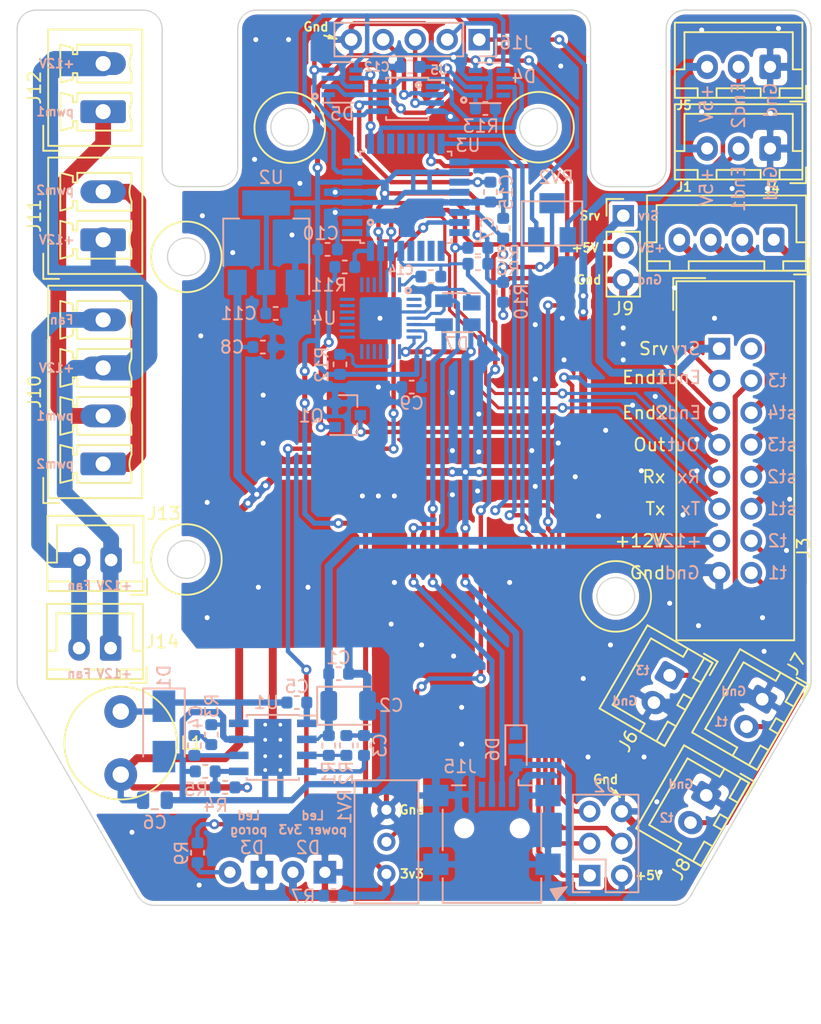
<source format=kicad_pcb>
(kicad_pcb (version 20171130) (host pcbnew "(5.1.5)-3")
  (layers (0 F.Cu signal) (31 B.Cu signal) (34 B.Paste user hide) (36 B.SilkS user) (37 F.SilkS user) (38 B.Mask user) (39 F.Mask user) (44 Edge.Cuts user))
  (net 0 "")
  (net 1 +12VA)
  (net 2 GND)
  (net 3 +5VA)
  (net 4 +3V3)
  (net 5 /Tez_res)
  (net 6 /Porog)
  (net 7 /Rst)
  (net 8 "Net-(D2-Pad2)")
  (net 9 /Mosi)
  (net 10 /Sck)
  (net 11 /Miso)
  (net 12 /servo)
  (net 13 /endstop1)
  (net 14 /endstop2)
  (net 15 /Out)
  (net 16 /Rx)
  (net 17 /Tx)
  (net 18 /temp2)
  (net 19 /temp1)
  (net 20 "Net-(J10-Pad1)")
  (net 21 +12V)
  (net 22 "Net-(Q1-Pad1)")
  (net 23 /R_gain1)
  (net 24 /R_gain2)
  (net 25 /CS_gain)
  (net 26 /SDI)
  (net 27 /CLK)
  (net 28 /CS_ref)
  (net 29 /ref)
  (net 30 /+5_USB)
  (net 31 "Net-(C3-Pad1)")
  (net 32 "Net-(C4-Pad2)")
  (net 33 "Net-(C4-Pad1)")
  (net 34 "Net-(C5-Pad2)")
  (net 35 "Net-(C5-Pad1)")
  (net 36 "Net-(C14-Pad2)")
  (net 37 "Net-(D3-Pad2)")
  (net 38 "Net-(D7-Pad4)")
  (net 39 "Net-(D7-Pad3)")
  (net 40 "Net-(J3-Pad12)")
  (net 41 "Net-(J3-Pad10)")
  (net 42 "Net-(J3-Pad8)")
  (net 43 "Net-(J3-Pad6)")
  (net 44 "Net-(J3-Pad4)")
  (net 45 "Net-(J10-Pad4)")
  (net 46 "Net-(J10-Pad2)")
  (net 47 "Net-(J16-Pad4)")
  (net 48 "Net-(J16-Pad3)")
  (net 49 "Net-(J16-Pad2)")
  (net 50 "Net-(J16-Pad1)")
  (net 51 "Net-(R1-Pad2)")
  (net 52 "Net-(R4-Pad1)")
  (net 53 "Net-(R9-Pad2)")
  (net 54 "Net-(R11-Pad2)")
  (net 55 "Net-(R12-Pad1)")
  (net 56 "Net-(D4-Pad8)")
  (net 57 "Net-(J3-Pad2)")
  (net 58 "Net-(J15-Pad4)")
  (net 59 "Net-(U3-Pad28)")
  (net 60 "Net-(U3-Pad27)")
  (net 61 "Net-(U3-Pad26)")
  (net 62 "Net-(U3-Pad25)")
  (net 63 "Net-(U3-Pad24)")
  (net 64 "Net-(U3-Pad14)")
  (net 65 "Net-(U3-Pad13)")
  (net 66 "Net-(U3-Pad12)")
  (net 67 "Net-(U3-Pad11)")
  (net 68 "Net-(U3-Pad2)")
  (net 69 "Net-(U3-Pad1)")
  (net 70 "Net-(U4-Pad1)")
  (net 71 "Net-(U4-Pad2)")
  (net 72 "Net-(U4-Pad10)")
  (net 73 "Net-(U4-Pad11)")
  (net 74 "Net-(U4-Pad12)")
  (net 75 "Net-(U4-Pad13)")
  (net 76 "Net-(U4-Pad14)")
  (net 77 "Net-(U4-Pad15)")
  (net 78 "Net-(U4-Pad16)")
  (net 79 "Net-(U4-Pad17)")
  (net 80 "Net-(U4-Pad18)")
  (net 81 "Net-(U4-Pad19)")
  (net 82 "Net-(U4-Pad20)")
  (net 83 "Net-(U4-Pad21)")
  (net 84 "Net-(U4-Pad22)")
  (net 85 "Net-(U4-Pad23)")
  (net 86 "Net-(U4-Pad24)")
  (net 87 "Net-(U4-Pad27)")
  (module 123:C_0603_1608Metric (layer B.Cu) (at 35.0265 38.1)
    (fp_text reference C11 (at -2.9325 0) (layer B.SilkS) (effects (justify mirror)))
    (fp_text value 1uF)
    (pad 2 smd roundrect (at 0.7875 0) (size 0.875 0.95) (layers B.Cu B.Paste B.Mask) (net 2 GND))
    (pad 1 smd roundrect (at -0.7875 0) (size 0.875 0.95) (layers B.Cu B.Paste B.Mask) (net 4 +3V3))
  )
  (module 123:QFN-28-1EP_5x5mm_P0.5mm_EP3.35x3.35mm (layer B.Cu) (at 43.358 38.481 180)
    (fp_text reference U4 (at 4.496 0) (layer B.SilkS) (effects (justify mirror)))
    (fp_text value CP2102)
    (pad 29 smd roundrect (at 0 0 180) (size 3.35 3.35) (layers B.Cu B.Mask) (roundrect_rratio 0.074627) (net 2 GND))
    (pad 1 smd roundrect (at -2.65 1.5 180) (size 1.2 0.25) (layers B.Cu B.Paste B.Mask) (net 70 "Net-(U4-Pad1)"))
    (pad 2 smd roundrect (at -2.65 1 180) (size 1.2 0.25) (layers B.Cu B.Paste B.Mask) (net 71 "Net-(U4-Pad2)"))
    (pad 3 smd roundrect (at -2.65 0.5 180) (size 1.2 0.25) (layers B.Cu B.Paste B.Mask) (net 2 GND))
    (pad 4 smd roundrect (at -2.65 0 180) (size 1.2 0.25) (layers B.Cu B.Paste B.Mask) (net 38 "Net-(D7-Pad4)"))
    (pad 5 smd roundrect (at -2.65 -0.5 180) (size 1.2 0.25) (layers B.Cu B.Paste B.Mask) (net 39 "Net-(D7-Pad3)"))
    (pad 6 smd roundrect (at -2.65 -1 180) (size 1.2 0.25) (layers B.Cu B.Paste B.Mask) (net 4 +3V3))
    (pad 7 smd roundrect (at -2.65 -1.5 180) (size 1.2 0.25) (layers B.Cu B.Paste B.Mask) (net 3 +5VA))
    (pad 8 smd roundrect (at -1.5 -2.65 180) (size 0.25 1.2) (layers B.Cu B.Paste B.Mask) (net 3 +5VA))
    (pad 9 smd roundrect (at -1 -2.65 180) (size 0.25 1.2) (layers B.Cu B.Paste B.Mask) (net 55 "Net-(R12-Pad1)"))
    (pad 10 smd roundrect (at -0.5 -2.65 180) (size 0.25 1.2) (layers B.Cu B.Paste B.Mask) (net 72 "Net-(U4-Pad10)"))
    (pad 11 smd roundrect (at 0 -2.65 180) (size 0.25 1.2) (layers B.Cu B.Paste B.Mask) (net 73 "Net-(U4-Pad11)"))
    (pad 12 smd roundrect (at 0.5 -2.65 180) (size 0.25 1.2) (layers B.Cu B.Paste B.Mask) (net 74 "Net-(U4-Pad12)"))
    (pad 13 smd roundrect (at 1 -2.65 180) (size 0.25 1.2) (layers B.Cu B.Paste B.Mask) (net 75 "Net-(U4-Pad13)"))
    (pad 14 smd roundrect (at 1.5 -2.65 180) (size 0.25 1.2) (layers B.Cu B.Paste B.Mask) (net 76 "Net-(U4-Pad14)"))
    (pad 15 smd roundrect (at 2.65 -1.5 180) (size 1.2 0.25) (layers B.Cu B.Paste B.Mask) (net 77 "Net-(U4-Pad15)"))
    (pad 16 smd roundrect (at 2.65 -1 180) (size 1.2 0.25) (layers B.Cu B.Paste B.Mask) (net 78 "Net-(U4-Pad16)"))
    (pad 17 smd roundrect (at 2.65 -0.5 180) (size 1.2 0.25) (layers B.Cu B.Paste B.Mask) (net 79 "Net-(U4-Pad17)"))
    (pad 18 smd roundrect (at 2.65 0 180) (size 1.2 0.25) (layers B.Cu B.Paste B.Mask) (net 80 "Net-(U4-Pad18)"))
    (pad 19 smd roundrect (at 2.65 0.5 180) (size 1.2 0.25) (layers B.Cu B.Paste B.Mask) (net 81 "Net-(U4-Pad19)"))
    (pad 20 smd roundrect (at 2.65 1 180) (size 1.2 0.25) (layers B.Cu B.Paste B.Mask) (net 82 "Net-(U4-Pad20)"))
    (pad 21 smd roundrect (at 2.65 1.5 180) (size 1.2 0.25) (layers B.Cu B.Paste B.Mask) (net 83 "Net-(U4-Pad21)"))
    (pad 22 smd roundrect (at 1.5 2.65 180) (size 0.25 1.2) (layers B.Cu B.Paste B.Mask) (net 84 "Net-(U4-Pad22)"))
    (pad 23 smd roundrect (at 1 2.65 180) (size 0.25 1.2) (layers B.Cu B.Paste B.Mask) (net 85 "Net-(U4-Pad23)"))
    (pad 24 smd roundrect (at 0.5 2.65 180) (size 0.25 1.2) (layers B.Cu B.Paste B.Mask) (net 86 "Net-(U4-Pad24)"))
    (pad 25 smd roundrect (at 0 2.65 180) (size 0.25 1.2) (layers B.Cu B.Paste B.Mask) (net 17 /Tx))
    (pad 26 smd roundrect (at -0.5 2.65 180) (size 0.25 1.2) (layers B.Cu B.Paste B.Mask) (net 16 /Rx))
    (pad 27 smd roundrect (at -1 2.65 180) (size 0.25 1.2) (layers B.Cu B.Paste B.Mask) (net 87 "Net-(U4-Pad27)"))
    (pad 28 smd roundrect (at -1.5 2.65 180) (size 0.25 1.2) (layers B.Cu B.Paste B.Mask) (net 36 "Net-(C14-Pad2)"))
  )
  (module 123:LED_D3.0mm_Horizontal_O6.35mm_Z2.0mm (layer B.Cu) (at 38.936 82.423 180)
    (fp_text reference D2 (at 1.344 1.96 180) (layer B.SilkS) (effects (justify mirror)))
    (fp_text value "LED зелёный")
    (pad 1 thru_hole rect (at 0 0 180) (size 1.8 1.8) (drill 0.9) (layers *.Cu *.Mask) (net 2 GND))
    (pad 2 thru_hole circle (at 2.54 0 180) (size 1.8 1.8) (drill 0.9) (layers *.Cu *.Mask) (net 8 "Net-(D2-Pad2)"))
  )
  (module 123:LED_D3.0mm_Horizontal_O6.35mm_Z2.0mm (layer B.Cu) (at 33.936 82.423 180)
    (fp_text reference D3 (at 0.789 1.96 180) (layer B.SilkS) (effects (justify mirror)))
    (fp_text value "LED жёлтый")
    (pad 1 thru_hole rect (at 0 0 180) (size 1.8 1.8) (drill 0.9) (layers *.Cu *.Mask) (net 2 GND))
    (pad 2 thru_hole circle (at 2.54 0 180) (size 1.8 1.8) (drill 0.9) (layers *.Cu *.Mask) (net 37 "Net-(D3-Pad2)"))
  )
  (module 123:MSOP-8_3x3mm_P0.65mm (layer B.Cu) (at 45.466 21.082 180)
    (fp_text reference U5 (at -2.54 2.286 180) (layer B.SilkS) (effects (font (size 0.7 0.7)) (justify mirror)))
    (fp_text value INA333)
    (pad 8 smd rect (at 2.2 0.975 180) (size 1.45 0.45) (layers B.Cu B.Paste B.Mask) (net 23 /R_gain1))
    (pad 7 smd rect (at 2.2 0.325 180) (size 1.45 0.45) (layers B.Cu B.Paste B.Mask) (net 4 +3V3))
    (pad 6 smd rect (at 2.2 -0.325 180) (size 1.45 0.45) (layers B.Cu B.Paste B.Mask) (net 5 /Tez_res))
    (pad 5 smd rect (at 2.2 -0.975 180) (size 1.45 0.45) (layers B.Cu B.Paste B.Mask) (net 29 /ref))
    (pad 4 smd rect (at -2.2 -0.975 180) (size 1.45 0.45) (layers B.Cu B.Paste B.Mask) (net 2 GND))
    (pad 3 smd rect (at -2.2 -0.325 180) (size 1.45 0.45) (layers B.Cu B.Paste B.Mask) (net 48 "Net-(J16-Pad3)"))
    (pad 2 smd rect (at -2.2 0.325 180) (size 1.45 0.45) (layers B.Cu B.Paste B.Mask) (net 47 "Net-(J16-Pad4)"))
    (pad 1 smd rect (at -2.2 0.975 180) (size 1.45 0.45) (layers B.Cu B.Paste B.Mask) (net 24 /R_gain2))
  )
  (module 123:TQFP-32_7x7mm_P0.8mm (layer B.Cu) (at 45.358 28.888)
    (fp_text reference U3 (at 4.934 -4.123) (layer B.SilkS) (effects (justify mirror)))
    (fp_text value ATmega8A-AU)
    (pad 32 smd rect (at -2.8 4.25 270) (size 1.6 0.55) (layers B.Cu B.Paste B.Mask) (net 54 "Net-(R11-Pad2)"))
    (pad 31 smd rect (at -2 4.25 270) (size 1.6 0.55) (layers B.Cu B.Paste B.Mask) (net 17 /Tx))
    (pad 30 smd rect (at -1.2 4.25 270) (size 1.6 0.55) (layers B.Cu B.Paste B.Mask) (net 16 /Rx))
    (pad 29 smd rect (at -0.4 4.25 270) (size 1.6 0.55) (layers B.Cu B.Paste B.Mask) (net 7 /Rst))
    (pad 28 smd rect (at 0.4 4.25 270) (size 1.6 0.55) (layers B.Cu B.Paste B.Mask) (net 59 "Net-(U3-Pad28)"))
    (pad 27 smd rect (at 1.2 4.25 270) (size 1.6 0.55) (layers B.Cu B.Paste B.Mask) (net 60 "Net-(U3-Pad27)"))
    (pad 26 smd rect (at 2 4.25 270) (size 1.6 0.55) (layers B.Cu B.Paste B.Mask) (net 61 "Net-(U3-Pad26)"))
    (pad 25 smd rect (at 2.8 4.25 270) (size 1.6 0.55) (layers B.Cu B.Paste B.Mask) (net 62 "Net-(U3-Pad25)"))
    (pad 24 smd rect (at 4.25 2.8) (size 1.6 0.55) (layers B.Cu B.Paste B.Mask) (net 63 "Net-(U3-Pad24)"))
    (pad 23 smd rect (at 4.25 2) (size 1.6 0.55) (layers B.Cu B.Paste B.Mask) (net 53 "Net-(R9-Pad2)"))
    (pad 22 smd rect (at 4.25 1.2) (size 1.6 0.55) (layers B.Cu B.Paste B.Mask) (net 6 /Porog))
    (pad 21 smd rect (at 4.25 0.4) (size 1.6 0.55) (layers B.Cu B.Paste B.Mask) (net 2 GND))
    (pad 20 smd rect (at 4.25 -0.4) (size 1.6 0.55) (layers B.Cu B.Paste B.Mask) (net 4 +3V3))
    (pad 19 smd rect (at 4.25 -1.2) (size 1.6 0.55) (layers B.Cu B.Paste B.Mask) (net 5 /Tez_res))
    (pad 18 smd rect (at 4.25 -2) (size 1.6 0.55) (layers B.Cu B.Paste B.Mask) (net 4 +3V3))
    (pad 17 smd rect (at 4.25 -2.8) (size 1.6 0.55) (layers B.Cu B.Paste B.Mask) (net 10 /Sck))
    (pad 16 smd rect (at 2.8 -4.25 270) (size 1.6 0.55) (layers B.Cu B.Paste B.Mask) (net 11 /Miso))
    (pad 15 smd rect (at 2 -4.25 270) (size 1.6 0.55) (layers B.Cu B.Paste B.Mask) (net 9 /Mosi))
    (pad 14 smd rect (at 1.2 -4.25 270) (size 1.6 0.55) (layers B.Cu B.Paste B.Mask) (net 64 "Net-(U3-Pad14)"))
    (pad 13 smd rect (at 0.4 -4.25 270) (size 1.6 0.55) (layers B.Cu B.Paste B.Mask) (net 65 "Net-(U3-Pad13)"))
    (pad 12 smd rect (at -0.4 -4.25 270) (size 1.6 0.55) (layers B.Cu B.Paste B.Mask) (net 66 "Net-(U3-Pad12)"))
    (pad 11 smd rect (at -1.2 -4.25 270) (size 1.6 0.55) (layers B.Cu B.Paste B.Mask) (net 67 "Net-(U3-Pad11)"))
    (pad 10 smd rect (at -2 -4.25 270) (size 1.6 0.55) (layers B.Cu B.Paste B.Mask) (net 25 /CS_gain))
    (pad 9 smd rect (at -2.8 -4.25 270) (size 1.6 0.55) (layers B.Cu B.Paste B.Mask) (net 28 /CS_ref))
    (pad 8 smd rect (at -4.25 -2.8) (size 1.6 0.55) (layers B.Cu B.Paste B.Mask) (net 27 /CLK))
    (pad 7 smd rect (at -4.25 -2) (size 1.6 0.55) (layers B.Cu B.Paste B.Mask) (net 26 /SDI))
    (pad 6 smd rect (at -4.25 -1.2) (size 1.6 0.55) (layers B.Cu B.Paste B.Mask) (net 4 +3V3))
    (pad 5 smd rect (at -4.25 -0.4) (size 1.6 0.55) (layers B.Cu B.Paste B.Mask) (net 2 GND))
    (pad 4 smd rect (at -4.25 0.4) (size 1.6 0.55) (layers B.Cu B.Paste B.Mask) (net 4 +3V3))
    (pad 3 smd rect (at -4.25 1.2) (size 1.6 0.55) (layers B.Cu B.Paste B.Mask) (net 2 GND))
    (pad 2 smd rect (at -4.25 2) (size 1.6 0.55) (layers B.Cu B.Paste B.Mask) (net 68 "Net-(U3-Pad2)"))
    (pad 1 smd rect (at -4.25 2.8) (size 1.6 0.55) (layers B.Cu B.Paste B.Mask) (net 69 "Net-(U3-Pad1)"))
  )
  (module 123:SOT-223-3_TabPin2 (layer B.Cu) (at 34.276 32.487 90)
    (fp_text reference U2 (at 5.182 0.395 180) (layer B.SilkS) (effects (justify mirror)))
    (fp_text value AP1117-33)
    (pad 1 smd rect (at -3.15 2.3 90) (size 2 1.5) (layers B.Cu B.Paste B.Mask) (net 2 GND))
    (pad 3 smd rect (at -3.15 -2.3 90) (size 2 1.5) (layers B.Cu B.Paste B.Mask) (net 3 +5VA))
    (pad 2 smd rect (at -3.15 0 90) (size 2 1.5) (layers B.Cu B.Paste B.Mask) (net 4 +3V3))
    (pad 2 smd rect (at 3.15 0 90) (size 2 3.8) (layers B.Cu B.Paste B.Mask) (net 4 +3V3))
  )
  (module 123:TI_SO-PowerPAD-8_ThermalVias (layer B.Cu) (at 34.798002 72.517001 180)
    (fp_text reference U1 (at 0.508 3.556 180) (layer B.SilkS) (effects (justify mirror)))
    (fp_text value TPS54332)
    (pad 9 thru_hole circle (at 0.6 -1.8 180) (size 0.6 0.6) (drill 0.3) (layers *.Cu) (net 2 GND))
    (pad 9 thru_hole circle (at 0.6 -0.7 180) (size 0.6 0.6) (drill 0.3) (layers *.Cu) (net 2 GND))
    (pad 9 thru_hole circle (at -0.6 -0.7 180) (size 0.6 0.6) (drill 0.3) (layers *.Cu) (net 2 GND))
    (pad 9 thru_hole circle (at -0.6 -1.8 180) (size 0.6 0.6) (drill 0.3) (layers *.Cu) (net 2 GND))
    (pad 9 thru_hole circle (at 0.6 1.8 180) (size 0.6 0.6) (drill 0.3) (layers *.Cu) (net 2 GND))
    (pad 9 thru_hole circle (at 0.6 0.6 180) (size 0.6 0.6) (drill 0.3) (layers *.Cu) (net 2 GND))
    (pad 9 thru_hole circle (at -0.6 0.6 180) (size 0.6 0.6) (drill 0.3) (layers *.Cu) (net 2 GND))
    (pad 9 thru_hole circle (at -0.6 1.8 180) (size 0.6 0.6) (drill 0.3) (layers *.Cu) (net 2 GND))
    (pad 9 smd rect (at 0 0 180) (size 2.95 4.5) (layers F.Cu) (net 2 GND))
    (pad 8 smd rect (at 2.7 1.905 180) (size 1.55 0.6) (layers B.Cu B.Paste B.Mask) (net 35 "Net-(C5-Pad1)"))
    (pad 7 smd rect (at 2.7 0.635 180) (size 1.55 0.6) (layers B.Cu B.Paste B.Mask) (net 2 GND))
    (pad 6 smd rect (at 2.7 -0.635 180) (size 1.55 0.6) (layers B.Cu B.Paste B.Mask) (net 33 "Net-(C4-Pad1)"))
    (pad 5 smd rect (at 2.7 -1.905 180) (size 1.55 0.6) (layers B.Cu B.Paste B.Mask) (net 52 "Net-(R4-Pad1)"))
    (pad 4 smd rect (at -2.7 -1.905 180) (size 1.55 0.6) (layers B.Cu B.Paste B.Mask) (net 31 "Net-(C3-Pad1)"))
    (pad 3 smd rect (at -2.7 -0.635 180) (size 1.55 0.6) (layers B.Cu B.Paste B.Mask) (net 51 "Net-(R1-Pad2)"))
    (pad 2 smd rect (at -2.7 0.635 180) (size 1.55 0.6) (layers B.Cu B.Paste B.Mask) (net 1 +12VA))
    (pad 1 smd rect (at -2.7 1.905 180) (size 1.55 0.6) (layers B.Cu B.Paste B.Mask) (net 34 "Net-(C5-Pad2)"))
    (pad 9 smd rect (at 0 0 180) (size 2.95 4.5) (layers B.Cu) (net 2 GND))
    (pad 9 smd rect (at 0 0 180) (size 2.6 3.1) (layers B.Cu B.Paste B.Mask) (net 2 GND))
  )
  (module 123:3224W (layer B.Cu) (at 52.959 28.508 270)
    (fp_text reference RV2 (at -1.203 -4.318) (layer B.SilkS) (effects (justify mirror)))
    (fp_text value 100)
    (pad 3 smd rect (at 3.75 -5.25 180) (size 1.3 2) (layers B.Cu B.Paste B.Mask) (net 50 "Net-(J16-Pad1)"))
    (pad 1 smd rect (at 3.75 -2.75 180) (size 1.3 2) (layers B.Cu B.Paste B.Mask) (net 49 "Net-(J16-Pad2)"))
    (pad 2 smd rect (at 0.85 -4 180) (size 2 1.6) (layers B.Cu B.Paste B.Mask) (net 4 +3V3))
  )
  (module 123:Potentiometer_Bourns_3296W_Vertical (layer B.Cu) (at 43.815 82.55 270)
    (fp_text reference RV1 (at -5.334 3.302 270) (layer B.SilkS) (effects (justify mirror)))
    (fp_text value 10k)
    (pad 3 thru_hole circle (at -5.08 0 270) (size 1.44 1.44) (drill 0.8) (layers *.Cu *.Mask) (net 2 GND))
    (pad 2 thru_hole circle (at -2.54 0 270) (size 1.44 1.44) (drill 0.8) (layers *.Cu *.Mask) (net 6 /Porog))
    (pad 1 thru_hole circle (at 0 0 270) (size 1.44 1.44) (drill 0.8) (layers *.Cu *.Mask) (net 4 +3V3))
  )
  (module 123:R_0603_1608Metric (layer B.Cu) (at 51.6735 21.844)
    (fp_text reference R13 (at -0.3655 1.397) (layer B.SilkS) (effects (justify mirror)))
    (fp_text value 82)
    (pad 2 smd roundrect (at 0.7875 0) (size 0.875 0.95) (layers B.Cu B.Paste B.Mask) (net 24 /R_gain2))
    (pad 1 smd roundrect (at -0.7875 0) (size 0.875 0.95) (layers B.Cu B.Paste B.Mask) (net 23 /R_gain1))
  )
  (module 123:R_0603_1608Metric (layer B.Cu) (at 40.132 42.138498 270)
    (fp_text reference R12 (at 0.025502 1.43 90) (layer B.SilkS) (effects (justify mirror)))
    (fp_text value 10k)
    (pad 2 smd roundrect (at 0.7875 0 270) (size 0.875 0.95) (layers B.Cu B.Paste B.Mask) (net 4 +3V3))
    (pad 1 smd roundrect (at -0.7875 0 270) (size 0.875 0.95) (layers B.Cu B.Paste B.Mask) (net 55 "Net-(R12-Pad1)"))
  )
  (module 123:R_0603_1608Metric (layer B.Cu) (at 40.513 34.417)
    (fp_text reference R11 (at -1.27 1.43) (layer B.SilkS) (effects (justify mirror)))
    (fp_text value 360)
    (pad 2 smd roundrect (at 0.7875 0) (size 0.875 0.95) (layers B.Cu B.Paste B.Mask) (net 54 "Net-(R11-Pad2)"))
    (pad 1 smd roundrect (at -0.7875 0) (size 0.875 0.95) (layers B.Cu B.Paste B.Mask) (net 22 "Net-(Q1-Pad1)"))
  )
  (module 123:R_0603_1608Metric (layer B.Cu) (at 53.086 36.4235 90)
    (fp_text reference R10 (at -0.7365 1.43 90) (layer B.SilkS) (effects (justify mirror)))
    (fp_text value 10k)
    (pad 2 smd roundrect (at 0.7875 0 90) (size 0.875 0.95) (layers B.Cu B.Paste B.Mask) (net 4 +3V3))
    (pad 1 smd roundrect (at -0.7875 0 90) (size 0.875 0.95) (layers B.Cu B.Paste B.Mask) (net 17 /Tx))
  )
  (module 123:R_0603_1608Metric (layer B.Cu) (at 28.829 80.8735 90)
    (fp_text reference R9 (at -0.0255 -1.27 90) (layer B.SilkS) (effects (justify mirror)))
    (fp_text value 360)
    (pad 2 smd roundrect (at 0.7875 0 90) (size 0.875 0.95) (layers B.Cu B.Paste B.Mask) (net 53 "Net-(R9-Pad2)"))
    (pad 1 smd roundrect (at -0.7875 0 90) (size 0.875 0.95) (layers B.Cu B.Paste B.Mask) (net 37 "Net-(D3-Pad2)"))
  )
  (module 123:R_0603_1608Metric (layer B.Cu) (at 51.0795 32.893)
    (fp_text reference R8 (at 2.3875 0.381) (layer B.SilkS) (effects (justify mirror)))
    (fp_text value 10k)
    (pad 2 smd roundrect (at 0.7875 0) (size 0.875 0.95) (layers B.Cu B.Paste B.Mask) (net 4 +3V3))
    (pad 1 smd roundrect (at -0.7875 0) (size 0.875 0.95) (layers B.Cu B.Paste B.Mask) (net 16 /Rx))
  )
  (module 123:R_0603_1608Metric (layer B.Cu) (at 39.607647 84.274404)
    (fp_text reference R7 (at -2.396647 0.053596) (layer B.SilkS) (effects (justify mirror)))
    (fp_text value 360)
    (pad 2 smd roundrect (at 0.7875 0) (size 0.875 0.95) (layers B.Cu B.Paste B.Mask) (net 4 +3V3))
    (pad 1 smd roundrect (at -0.7875 0) (size 0.875 0.95) (layers B.Cu B.Paste B.Mask) (net 8 "Net-(D2-Pad2)"))
  )
  (module 123:R_0603_1608Metric (layer B.Cu) (at 51.0795 34.163)
    (fp_text reference R6 (at 2.3875 0.381) (layer B.SilkS) (effects (justify mirror)))
    (fp_text value 10k)
    (pad 2 smd roundrect (at 0.7875 0) (size 0.875 0.95) (layers B.Cu B.Paste B.Mask) (net 4 +3V3))
    (pad 1 smd roundrect (at -0.7875 0) (size 0.875 0.95) (layers B.Cu B.Paste B.Mask) (net 7 /Rst))
  )
  (module 123:R_0603_1608Metric (layer B.Cu) (at 29.4385 74.422)
    (fp_text reference R5 (at -0.7365 1.43) (layer B.SilkS) (effects (justify mirror)))
    (fp_text value 1.8k)
    (pad 2 smd roundrect (at 0.7875 0) (size 0.875 0.95) (layers B.Cu B.Paste B.Mask) (net 52 "Net-(R4-Pad1)"))
    (pad 1 smd roundrect (at -0.7875 0) (size 0.875 0.95) (layers B.Cu B.Paste B.Mask) (net 2 GND))
  )
  (module 123:R_0603_1608Metric (layer B.Cu) (at 31.0135 75.692)
    (fp_text reference R4 (at -0.7365 1.43) (layer B.SilkS) (effects (justify mirror)))
    (fp_text value 10k)
    (pad 2 smd roundrect (at 0.7875 0) (size 0.875 0.95) (layers B.Cu B.Paste B.Mask) (net 3 +5VA))
    (pad 1 smd roundrect (at -0.7875 0) (size 0.875 0.95) (layers B.Cu B.Paste B.Mask) (net 52 "Net-(R4-Pad1)"))
  )
  (module 123:R_0603_1608Metric (layer B.Cu) (at 29.919708 71.507526 270)
    (fp_text reference R3 (at -2.292526 -0.052292 90) (layer B.SilkS) (effects (justify mirror)))
    (fp_text value 24k)
    (pad 2 smd roundrect (at 0.7875 0 270) (size 0.875 0.95) (layers B.Cu B.Paste B.Mask) (net 32 "Net-(C4-Pad2)"))
    (pad 1 smd roundrect (at -0.7875 0 270) (size 0.875 0.95) (layers B.Cu B.Paste B.Mask) (net 2 GND))
  )
  (module 123:R_0603_1608Metric (layer B.Cu) (at 40.639999 72.3645 270)
    (fp_text reference R2 (at 2.1845 -0.000001 90) (layer B.SilkS) (effects (justify mirror)))
    (fp_text value 47k)
    (pad 2 smd roundrect (at 0.7875 0 270) (size 0.875 0.95) (layers B.Cu B.Paste B.Mask) (net 51 "Net-(R1-Pad2)"))
    (pad 1 smd roundrect (at -0.7875 0 270) (size 0.875 0.95) (layers B.Cu B.Paste B.Mask) (net 2 GND))
  )
  (module 123:R_0603_1608Metric (layer B.Cu) (at 39.243001 72.364498 270)
    (fp_text reference R1 (at 2.184502 0.000001 90) (layer B.SilkS) (effects (justify mirror)))
    (fp_text value 150k)
    (pad 2 smd roundrect (at 0.7875 0 270) (size 0.875 0.95) (layers B.Cu B.Paste B.Mask) (net 51 "Net-(R1-Pad2)"))
    (pad 1 smd roundrect (at -0.7875 0 270) (size 0.875 0.95) (layers B.Cu B.Paste B.Mask) (net 1 +12VA))
  )
  (module 123:SOT-23 (layer B.Cu) (at 40.751 46.162)
    (fp_text reference Q1 (at -2.905 0.066) (layer B.SilkS) (effects (justify mirror)))
    (fp_text value BC817)
    (pad 3 smd rect (at 1 0) (size 0.9 0.8) (layers B.Cu B.Paste B.Mask) (net 15 /Out))
    (pad 2 smd rect (at -1 -0.95) (size 0.9 0.8) (layers B.Cu B.Paste B.Mask) (net 2 GND))
    (pad 1 smd rect (at -1 0.95) (size 0.9 0.8) (layers B.Cu B.Paste B.Mask) (net 22 "Net-(Q1-Pad1)"))
  )
  (module 123:L_Radial_D8.7mm_P5.00mm_Fastron_07HCP (layer F.Cu) (at 22.733 69.676 270)
    (fp_text reference L1 (at 2.5 -5.6 180) (layer F.SilkS))
    (fp_text value 3.3uH)
    (pad 2 thru_hole circle (at 5 0 270) (size 2.6 2.6) (drill 1.3) (layers *.Cu *.Mask) (net 3 +5VA))
    (pad 1 thru_hole circle (at 0 0 270) (size 2.6 2.6) (drill 1.3) (layers *.Cu *.Mask) (net 35 "Net-(C5-Pad1)"))
  )
  (module 123:PinHeader_1x05_P2.54mm_Vertical (layer B.Cu) (at 51.181 16.383 90)
    (fp_text reference J16 (at -0.254 2.921) (layer B.SilkS) (effects (justify mirror)))
    (fp_text value Тензорезистор)
    (pad 1 thru_hole rect (at 0 0 90) (size 1.7 1.7) (drill 1) (layers *.Cu *.Mask) (net 50 "Net-(J16-Pad1)"))
    (pad 2 thru_hole oval (at 0 -2.54 90) (size 1.7 1.7) (drill 1) (layers *.Cu *.Mask) (net 49 "Net-(J16-Pad2)"))
    (pad 3 thru_hole oval (at 0 -5.08 90) (size 1.7 1.7) (drill 1) (layers *.Cu *.Mask) (net 48 "Net-(J16-Pad3)"))
    (pad 4 thru_hole oval (at 0 -7.62 90) (size 1.7 1.7) (drill 1) (layers *.Cu *.Mask) (net 47 "Net-(J16-Pad4)"))
    (pad 5 thru_hole oval (at 0 -10.16 90) (size 1.7 1.7) (drill 1) (layers *.Cu *.Mask) (net 2 GND))
  )
  (module 123:USB_Mini-B_Lumberg_2486_01_Horizontal (layer B.Cu) (at 52.192 78.938 180)
    (fp_text reference J15 (at 2.535 4.897 180) (layer B.SilkS) (effects (justify mirror)))
    (fp_text value USB_B_Micro)
    (pad "" np_thru_hole circle (at 2.2 0 180) (size 1 1) (drill 1) (layers *.Cu *.Mask))
    (pad "" np_thru_hole circle (at -2.2 0 180) (size 1 1) (drill 1) (layers *.Cu *.Mask))
    (pad 6 smd rect (at 4.45 -2.85 180) (size 2 1.7) (layers B.Cu B.Paste B.Mask) (net 2 GND))
    (pad 6 smd rect (at 4.45 2.6 180) (size 2 1.7) (layers B.Cu B.Paste B.Mask) (net 2 GND))
    (pad 6 smd rect (at -4.45 -2.85 180) (size 2 1.7) (layers B.Cu B.Paste B.Mask) (net 2 GND))
    (pad 6 smd rect (at -4.45 2.6 180) (size 2 1.7) (layers B.Cu B.Paste B.Mask) (net 2 GND))
    (pad 5 smd rect (at 1.6 2.7 180) (size 0.5 2) (layers B.Cu B.Paste B.Mask) (net 2 GND))
    (pad 4 smd rect (at 0.8 2.7 180) (size 0.5 2) (layers B.Cu B.Paste B.Mask) (net 58 "Net-(J15-Pad4)"))
    (pad 3 smd rect (at 0 2.7 180) (size 0.5 2) (layers B.Cu B.Paste B.Mask) (net 38 "Net-(D7-Pad4)"))
    (pad 2 smd rect (at -0.8 2.7 180) (size 0.5 2) (layers B.Cu B.Paste B.Mask) (net 39 "Net-(D7-Pad3)"))
    (pad 1 smd rect (at -1.6 2.7 180) (size 0.5 2) (layers B.Cu B.Paste B.Mask) (net 30 /+5_USB))
  )
  (module 123:JST_XH_B3B-XH-A_1x03_P2.50mm_Vertical (layer F.Cu) (at 74.2658 18.542 180)
    (fp_text reference J5 (at 6.8288 -3.048) (layer F.SilkS) (effects (font (size 0.7 0.7))))
    (fp_text value Conn_01x03)
    (pad 3 thru_hole oval (at 5 0 180) (size 1.7 1.95) (drill 0.95) (layers *.Cu *.Mask) (net 3 +5VA))
    (pad 2 thru_hole oval (at 2.5 0 180) (size 1.7 1.95) (drill 0.95) (layers *.Cu *.Mask) (net 14 /endstop2))
    (pad 1 thru_hole roundrect (at 0 0 180) (size 1.7 1.95) (drill 0.95) (layers *.Cu *.Mask) (roundrect_rratio 0.147059) (net 2 GND))
  )
  (module 123:JST_XH_B4B-XH-A_1x04_P2.50mm_Vertical (layer F.Cu) (at 74.556 32.258 180)
    (fp_text reference J4 (at 0.134 4.073975 180) (layer F.SilkS) (effects (font (size 0.7 0.7))))
    (fp_text value Conn_01x04)
    (pad 4 thru_hole oval (at 7.5 0 180) (size 1.7 1.95) (drill 0.95) (layers *.Cu *.Mask) (net 43 "Net-(J3-Pad6)"))
    (pad 3 thru_hole oval (at 5 0 180) (size 1.7 1.95) (drill 0.95) (layers *.Cu *.Mask) (net 42 "Net-(J3-Pad8)"))
    (pad 2 thru_hole oval (at 2.5 0 180) (size 1.7 1.95) (drill 0.95) (layers *.Cu *.Mask) (net 41 "Net-(J3-Pad10)"))
    (pad 1 thru_hole roundrect (at 0 0 180) (size 1.7 1.95) (drill 0.95) (layers *.Cu *.Mask) (roundrect_rratio 0.147059) (net 40 "Net-(J3-Pad12)"))
  )
  (module 123:IDC-Header_2x08_P2.54mm_Vertical (layer F.Cu) (at 70.231 40.894)
    (fp_text reference J3 (at 6.691111 15.825654 90) (layer F.SilkS))
    (fp_text value Conn_02x08_Odd_Even)
    (pad 16 thru_hole oval (at 2.54 17.78) (size 1.7272 1.7272) (drill 1.016) (layers *.Cu *.Mask) (net 19 /temp1))
    (pad 15 thru_hole oval (at 0 17.78) (size 1.7272 1.7272) (drill 1.016) (layers *.Cu *.Mask) (net 2 GND))
    (pad 14 thru_hole oval (at 2.54 15.24) (size 1.7272 1.7272) (drill 1.016) (layers *.Cu *.Mask) (net 18 /temp2))
    (pad 13 thru_hole oval (at 0 15.24) (size 1.7272 1.7272) (drill 1.016) (layers *.Cu *.Mask) (net 1 +12VA))
    (pad 12 thru_hole oval (at 2.54 12.7) (size 1.7272 1.7272) (drill 1.016) (layers *.Cu *.Mask) (net 40 "Net-(J3-Pad12)"))
    (pad 11 thru_hole oval (at 0 12.7) (size 1.7272 1.7272) (drill 1.016) (layers *.Cu *.Mask) (net 17 /Tx))
    (pad 10 thru_hole oval (at 2.54 10.16) (size 1.7272 1.7272) (drill 1.016) (layers *.Cu *.Mask) (net 41 "Net-(J3-Pad10)"))
    (pad 9 thru_hole oval (at 0 10.16) (size 1.7272 1.7272) (drill 1.016) (layers *.Cu *.Mask) (net 16 /Rx))
    (pad 8 thru_hole oval (at 2.54 7.62) (size 1.7272 1.7272) (drill 1.016) (layers *.Cu *.Mask) (net 42 "Net-(J3-Pad8)"))
    (pad 7 thru_hole oval (at 0 7.62) (size 1.7272 1.7272) (drill 1.016) (layers *.Cu *.Mask) (net 15 /Out))
    (pad 6 thru_hole oval (at 2.54 5.08) (size 1.7272 1.7272) (drill 1.016) (layers *.Cu *.Mask) (net 43 "Net-(J3-Pad6)"))
    (pad 5 thru_hole oval (at 0 5.08) (size 1.7272 1.7272) (drill 1.016) (layers *.Cu *.Mask) (net 14 /endstop2))
    (pad 4 thru_hole oval (at 2.54 2.54) (size 1.7272 1.7272) (drill 1.016) (layers *.Cu *.Mask) (net 44 "Net-(J3-Pad4)"))
    (pad 3 thru_hole oval (at 0 2.54) (size 1.7272 1.7272) (drill 1.016) (layers *.Cu *.Mask) (net 13 /endstop1))
    (pad 2 thru_hole oval (at 2.54 0) (size 1.7272 1.7272) (drill 1.016) (layers *.Cu *.Mask) (net 57 "Net-(J3-Pad2)"))
    (pad 1 thru_hole rect (at 0 0) (size 1.7272 1.7272) (drill 1.016) (layers *.Cu *.Mask) (net 12 /servo))
  )
  (module 123:PinHeader_2x03_P2.54mm_Vertical (layer B.Cu) (at 59.944 82.677)
    (fp_text reference J2 (at 1.143 -7.112) (layer B.SilkS) (effects (justify mirror)))
    (fp_text value Conn_02x03_Counter_Clockwise)
    (pad 1 thru_hole rect (at 0 0) (size 1.7 1.7) (drill 1) (layers *.Cu *.Mask) (net 11 /Miso))
    (pad 6 thru_hole oval (at 2.54 0) (size 1.7 1.7) (drill 1) (layers *.Cu *.Mask) (net 30 /+5_USB))
    (pad 2 thru_hole oval (at 0 -2.54) (size 1.7 1.7) (drill 1) (layers *.Cu *.Mask) (net 10 /Sck))
    (pad 5 thru_hole oval (at 2.54 -2.54) (size 1.7 1.7) (drill 1) (layers *.Cu *.Mask) (net 9 /Mosi))
    (pad 3 thru_hole oval (at 0 -5.08) (size 1.7 1.7) (drill 1) (layers *.Cu *.Mask) (net 7 /Rst))
    (pad 4 thru_hole oval (at 2.54 -5.08) (size 1.7 1.7) (drill 1) (layers *.Cu *.Mask) (net 2 GND))
  )
  (module 123:JST_XH_B3B-XH-A_1x03_P2.50mm_Vertical (layer F.Cu) (at 74.2658 25.019 180)
    (fp_text reference J1 (at 6.8288 -3.048) (layer F.SilkS) (effects (font (size 0.7 0.7))))
    (fp_text value Conn_01x03)
    (pad 3 thru_hole oval (at 5 0 180) (size 1.7 1.95) (drill 0.95) (layers *.Cu *.Mask) (net 3 +5VA))
    (pad 2 thru_hole oval (at 2.5 0 180) (size 1.7 1.95) (drill 0.95) (layers *.Cu *.Mask) (net 13 /endstop1))
    (pad 1 thru_hole roundrect (at 0 0 180) (size 1.7 1.95) (drill 0.95) (layers *.Cu *.Mask) (roundrect_rratio 0.147059) (net 2 GND))
  )
  (module 123:SOT-143 (layer B.Cu) (at 49.487 38.039 180)
    (fp_text reference D7 (at 0.084 -2.474 180) (layer B.SilkS) (effects (justify mirror)))
    (fp_text value SP0503)
    (pad 4 smd rect (at 1.1 0.95 270) (size 1 1.4) (layers B.Cu B.Paste B.Mask) (net 38 "Net-(D7-Pad4)"))
    (pad 3 smd rect (at 1.1 -0.95 270) (size 1 1.4) (layers B.Cu B.Paste B.Mask) (net 39 "Net-(D7-Pad3)"))
    (pad 2 smd rect (at -1.1 -0.95 270) (size 1 1.4) (layers B.Cu B.Paste B.Mask) (net 3 +5VA))
    (pad 1 smd rect (at -1.1 0.77 270) (size 1.2 1.4) (layers B.Cu B.Paste B.Mask) (net 2 GND))
  )
  (module 123:SOT-23-8 (layer B.Cu) (at 40.302 19.776)
    (fp_text reference D5 (at 0 2.5) (layer B.SilkS) (effects (justify mirror)))
    (fp_text value AD5160BRJZ)
    (pad 8 smd rect (at 1.1 0.98) (size 1.06 0.4) (layers B.Cu B.Paste B.Mask) (net 4 +3V3))
    (pad 7 smd rect (at 1.1 0.33) (size 1.06 0.4) (layers B.Cu B.Paste B.Mask) (net 2 GND))
    (pad 6 smd rect (at 1.1 -0.33) (size 1.06 0.4) (layers B.Cu B.Paste B.Mask) (net 28 /CS_ref))
    (pad 5 smd rect (at 1.1 -0.98) (size 1.06 0.4) (layers B.Cu B.Paste B.Mask) (net 26 /SDI))
    (pad 4 smd rect (at -1.1 -0.98) (size 1.06 0.4) (layers B.Cu B.Paste B.Mask) (net 27 /CLK))
    (pad 3 smd rect (at -1.1 -0.33) (size 1.06 0.4) (layers B.Cu B.Paste B.Mask) (net 2 GND))
    (pad 2 smd rect (at -1.1 0.33) (size 1.06 0.4) (layers B.Cu B.Paste B.Mask) (net 4 +3V3))
    (pad 1 smd rect (at -1.1 0.98) (size 1.06 0.4) (layers B.Cu B.Paste B.Mask) (net 29 /ref))
  )
  (module 123:SOT-23-8 (layer B.Cu) (at 51.986 19.812)
    (fp_text reference D4 (at 2.751 -0.508) (layer B.SilkS) (effects (justify mirror)))
    (fp_text value AD5160BRJZ)
    (pad 8 smd rect (at 1.1 0.98) (size 1.06 0.4) (layers B.Cu B.Paste B.Mask) (net 56 "Net-(D4-Pad8)"))
    (pad 7 smd rect (at 1.1 0.33) (size 1.06 0.4) (layers B.Cu B.Paste B.Mask) (net 24 /R_gain2))
    (pad 6 smd rect (at 1.1 -0.33) (size 1.06 0.4) (layers B.Cu B.Paste B.Mask) (net 25 /CS_gain))
    (pad 5 smd rect (at 1.1 -0.98) (size 1.06 0.4) (layers B.Cu B.Paste B.Mask) (net 26 /SDI))
    (pad 4 smd rect (at -1.1 -0.98) (size 1.06 0.4) (layers B.Cu B.Paste B.Mask) (net 27 /CLK))
    (pad 3 smd rect (at -1.1 -0.33) (size 1.06 0.4) (layers B.Cu B.Paste B.Mask) (net 2 GND))
    (pad 2 smd rect (at -1.1 0.33) (size 1.06 0.4) (layers B.Cu B.Paste B.Mask) (net 4 +3V3))
    (pad 1 smd rect (at -1.1 0.98) (size 1.06 0.4) (layers B.Cu B.Paste B.Mask) (net 23 /R_gain1))
  )
  (module 123:D_SMA (layer B.Cu) (at 26.162 71.247 270)
    (fp_text reference D1 (at -4.318 0 90) (layer B.SilkS) (effects (justify mirror)))
    (fp_text value "Диод Шоттки")
    (pad 1 smd rect (at -2 0 270) (size 2.5 1.8) (layers B.Cu B.Paste B.Mask) (net 35 "Net-(C5-Pad1)"))
    (pad 2 smd rect (at 2 0 270) (size 2.5 1.8) (layers B.Cu B.Paste B.Mask) (net 2 GND))
  )
  (module 123:C_0603_1608Metric (layer B.Cu) (at 52.070001 28.473502 270)
    (fp_text reference C15 (at 0 -1.270001 90) (layer B.SilkS) (effects (justify mirror)))
    (fp_text value 1000pF)
    (pad 2 smd roundrect (at 0.7875 0 270) (size 0.875 0.95) (layers B.Cu B.Paste B.Mask) (net 2 GND))
    (pad 1 smd roundrect (at -0.7875 0 270) (size 0.875 0.95) (layers B.Cu B.Paste B.Mask) (net 5 /Tez_res))
  )
  (module 123:C_0603_1608Metric (layer B.Cu) (at 47.3455 35.179 180)
    (fp_text reference C14 (at 2.3875 0.508) (layer B.SilkS) (effects (font (size 0.7 0.7)) (justify mirror)))
    (fp_text value 10uF)
    (pad 2 smd roundrect (at 0.7875 0 180) (size 0.875 0.95) (layers B.Cu B.Paste B.Mask) (net 36 "Net-(C14-Pad2)"))
    (pad 1 smd roundrect (at -0.7875 0 180) (size 0.875 0.95) (layers B.Cu B.Paste B.Mask) (net 7 /Rst))
  )
  (module 123:C_0603_1608Metric (layer B.Cu) (at 45.6945 18.542 180)
    (fp_text reference C12 (at 2.6415 0) (layer B.SilkS) (effects (font (size 0.7 0.7)) (justify mirror)))
    (fp_text value 1uF)
    (pad 2 smd roundrect (at 0.7875 0 180) (size 0.875 0.95) (layers B.Cu B.Paste B.Mask) (net 2 GND))
    (pad 1 smd roundrect (at -0.7875 0 180) (size 0.875 0.95) (layers B.Cu B.Paste B.Mask) (net 4 +3V3))
  )
  (module 123:C_0603_1608Metric (layer B.Cu) (at 39.1415 33.02)
    (fp_text reference C10 (at -0.5335 -1.270001) (layer B.SilkS) (effects (justify mirror)))
    (fp_text value 1uF)
    (pad 2 smd roundrect (at 0.7875 0) (size 0.875 0.95) (layers B.Cu B.Paste B.Mask) (net 2 GND))
    (pad 1 smd roundrect (at -0.7875 0) (size 0.875 0.95) (layers B.Cu B.Paste B.Mask) (net 4 +3V3))
  )
  (module 123:C_0603_1608Metric (layer B.Cu) (at 45.8215 43.941999 180)
    (fp_text reference C9 (at 0 -1.270001) (layer B.SilkS) (effects (justify mirror)))
    (fp_text value 1uF)
    (pad 2 smd roundrect (at 0.7875 0 180) (size 0.875 0.95) (layers B.Cu B.Paste B.Mask) (net 2 GND))
    (pad 1 smd roundrect (at -0.7875 0 180) (size 0.875 0.95) (layers B.Cu B.Paste B.Mask) (net 3 +5VA))
  )
  (module 123:C_0603_1608Metric (layer B.Cu) (at 34.0105 40.767)
    (fp_text reference C8 (at -2.4385 0) (layer B.SilkS) (effects (justify mirror)))
    (fp_text value 1uF)
    (pad 2 smd roundrect (at 0.7875 0) (size 0.875 0.95) (layers B.Cu B.Paste B.Mask) (net 2 GND))
    (pad 1 smd roundrect (at -0.7875 0) (size 0.875 0.95) (layers B.Cu B.Paste B.Mask) (net 3 +5VA))
  )
  (module 123:C_0603_1608Metric (layer B.Cu) (at 53.086 31.343499 90)
    (fp_text reference C7 (at 0 -1.270001 90) (layer B.SilkS) (effects (justify mirror)))
    (fp_text value 1uF)
    (pad 2 smd roundrect (at 0.7875 0 90) (size 0.875 0.95) (layers B.Cu B.Paste B.Mask) (net 2 GND))
    (pad 1 smd roundrect (at -0.7875 0 90) (size 0.875 0.95) (layers B.Cu B.Paste B.Mask) (net 6 /Porog))
  )
  (module 123:C_0805_2012Metric (layer B.Cu) (at 25.4485 76.708 180)
    (fp_text reference C6 (at 0.010442 -1.757377 180) (layer B.SilkS) (effects (justify mirror)))
    (fp_text value 22uF)
    (pad 2 smd roundrect (at 0.9375 0 180) (size 0.975 1.4) (layers B.Cu B.Paste B.Mask) (net 3 +5VA))
    (pad 1 smd roundrect (at -0.9375 0 180) (size 0.975 1.4) (layers B.Cu B.Paste B.Mask) (net 2 GND))
  )
  (module 123:C_0603_1608Metric (layer B.Cu) (at 36.710498 68.961)
    (fp_text reference C5 (at 0 -1.270001) (layer B.SilkS) (effects (justify mirror)))
    (fp_text value 0.1uF)
    (pad 2 smd roundrect (at 0.7875 0) (size 0.875 0.95) (layers B.Cu B.Paste B.Mask) (net 34 "Net-(C5-Pad2)"))
    (pad 1 smd roundrect (at -0.7875 0) (size 0.875 0.95) (layers B.Cu B.Paste B.Mask) (net 35 "Net-(C5-Pad1)"))
  )
  (module 123:C_0603_1608Metric (layer B.Cu) (at 28.574999 72.364501 90)
    (fp_text reference C4 (at 2.260501 0.127001 90) (layer B.SilkS) (effects (justify mirror)))
    (fp_text value 470pF)
    (pad 2 smd roundrect (at 0.7875 0 90) (size 0.875 0.95) (layers B.Cu B.Paste B.Mask) (net 32 "Net-(C4-Pad2)"))
    (pad 1 smd roundrect (at -0.7875 0 90) (size 0.875 0.95) (layers B.Cu B.Paste B.Mask) (net 33 "Net-(C4-Pad1)"))
  )
  (module 123:C_0603_1608Metric (layer B.Cu) (at 42.037 72.364498 90)
    (fp_text reference C3 (at 0 1.27 90) (layer B.SilkS) (effects (justify mirror)))
    (fp_text value 20nF)
    (pad 2 smd roundrect (at 0.7875 0 90) (size 0.875 0.95) (layers B.Cu B.Paste B.Mask) (net 2 GND))
    (pad 1 smd roundrect (at -0.7875 0 90) (size 0.875 0.95) (layers B.Cu B.Paste B.Mask) (net 31 "Net-(C3-Pad1)"))
  )
  (module 123:CP_EIA-3528-21_Kemet-B (layer B.Cu) (at 40.7805 69.215)
    (fp_text reference C2 (at 3.419561 -0.032614) (layer B.SilkS) (effects (justify mirror)))
    (fp_text value 10uF)
    (pad 2 smd roundrect (at 1.5375 0) (size 1.325 2.35) (layers B.Cu B.Paste B.Mask) (roundrect_rratio 0.188679) (net 2 GND))
    (pad 1 smd roundrect (at -1.5375 0) (size 1.325 2.35) (layers B.Cu B.Paste B.Mask) (roundrect_rratio 0.188679) (net 1 +12VA))
  )
  (module 123:C_0603_1608Metric (layer B.Cu) (at 40.0305 66.675 180)
    (fp_text reference C1 (at 0.0255 1.27) (layer B.SilkS) (effects (justify mirror)))
    (fp_text value 1uF)
    (pad 2 smd roundrect (at 0.7875 0 180) (size 0.875 0.95) (layers B.Cu B.Paste B.Mask) (net 1 +12VA))
    (pad 1 smd roundrect (at -0.7875 0 180) (size 0.875 0.95) (layers B.Cu B.Paste B.Mask) (net 2 GND))
  )
  (module 123:PinHeader_1x03_P2.54mm_Vertical (layer F.Cu) (at 62.611 30.353)
    (fp_text reference J9 (at 0 7.366) (layer F.SilkS))
    (fp_text value Conn_01x03)
    (pad 1 thru_hole rect (at 0 0) (size 1.7 1.7) (drill 1) (layers *.Cu *.Mask) (net 12 /servo))
    (pad 2 thru_hole oval (at 0 2.54) (size 1.7 1.7) (drill 1) (layers *.Cu *.Mask) (net 3 +5VA))
    (pad 3 thru_hole oval (at 0 5.08) (size 1.7 1.7) (drill 1) (layers *.Cu *.Mask) (net 2 GND))
  )
  (module 123:JST_XH_B2B-XH-A_1x02_P2.50mm_Vertical (layer F.Cu) (at 21.931 64.642999 180)
    (fp_text reference J14 (at -4.104 0.507999) (layer F.SilkS))
    (fp_text value Conn_01x02)
    (pad 1 thru_hole roundrect (at 0 0 180) (size 1.7 2) (drill 1) (layers *.Cu *.Mask) (roundrect_rratio 0.147059) (net 21 +12V))
    (pad 2 thru_hole oval (at 2.5 0 180) (size 1.7 2) (drill 1) (layers *.Cu *.Mask) (net 45 "Net-(J10-Pad4)"))
  )
  (module 123:JST_XH_B2B-XH-A_1x02_P2.50mm_Vertical (layer F.Cu) (at 21.971 57.658 180)
    (fp_text reference J13 (at -4.191 3.683) (layer F.SilkS))
    (fp_text value Conn_01x02)
    (pad 1 thru_hole roundrect (at 0 0 180) (size 1.7 2) (drill 1) (layers *.Cu *.Mask) (roundrect_rratio 0.147059) (net 21 +12V))
    (pad 2 thru_hole oval (at 2.5 0 180) (size 1.7 2) (drill 1) (layers *.Cu *.Mask) (net 45 "Net-(J10-Pad4)"))
  )
  (module 123:JST_XH_B2B-XH-A_1x02_P2.50mm_Vertical (layer F.Cu) (at 69.195 76.320936 240)
    (fp_text reference J8 (at 6.070572 -1.181589 60) (layer F.SilkS))
    (fp_text value Conn_01x02)
    (pad 1 thru_hole roundrect (at 0 0 240) (size 1.7 2) (drill 1) (layers *.Cu *.Mask) (roundrect_rratio 0.147059) (net 2 GND))
    (pad 2 thru_hole oval (at 2.5 0 240) (size 1.7 2) (drill 1) (layers *.Cu *.Mask) (net 18 /temp2))
  )
  (module 123:JST_XH_B2B-XH-A_1x02_P2.50mm_Vertical (layer F.Cu) (at 73.64 68.700936 240)
    (fp_text reference J7 (at -3.757923 -0.933042 60) (layer F.SilkS))
    (fp_text value Conn_01x02)
    (pad 1 thru_hole roundrect (at 0 0 240) (size 1.7 2) (drill 1) (layers *.Cu *.Mask) (roundrect_rratio 0.147059) (net 2 GND))
    (pad 2 thru_hole oval (at 2.5 0 240) (size 1.7 2) (drill 1) (layers *.Cu *.Mask) (net 19 /temp1))
  )
  (module 123:JST_XH_B2B-XH-A_1x02_P2.50mm_Vertical (layer F.Cu) (at 66.294 66.802 240)
    (fp_text reference J6 (at 6.160394 0.256116 60) (layer F.SilkS))
    (fp_text value Conn_01x02)
    (pad 1 thru_hole roundrect (at 0 0 240) (size 1.7 2) (drill 1) (layers *.Cu *.Mask) (roundrect_rratio 0.147059) (net 44 "Net-(J3-Pad4)"))
    (pad 2 thru_hole oval (at 2.5 0 240) (size 1.7 2) (drill 1) (layers *.Cu *.Mask) (net 2 GND))
  )
  (module 123:PhoenixContact_MCV_1,5_4-G-3.81_1x04_P3.81mm_Vertical (layer F.Cu) (at 21.336 50.038 90)
    (fp_text reference J10 (at 5.72 -5.45 90) (layer F.SilkS))
    (fp_text value "12В силовые")
    (pad 4 thru_hole oval (at 11.43 0 90) (size 1.8 3.6) (drill 1.2) (layers *.Cu *.Mask) (net 45 "Net-(J10-Pad4)"))
    (pad 3 thru_hole oval (at 7.62 0 90) (size 1.8 3.6) (drill 1.2) (layers *.Cu *.Mask) (net 21 +12V))
    (pad 2 thru_hole oval (at 3.81 0 90) (size 1.8 3.6) (drill 1.2) (layers *.Cu *.Mask) (net 46 "Net-(J10-Pad2)"))
    (pad 1 thru_hole roundrect (at 0 0 90) (size 1.8 3.6) (drill 1.2) (layers *.Cu *.Mask) (roundrect_rratio 0.138889) (net 20 "Net-(J10-Pad1)"))
  )
  (module 123:PhoenixContact_MCV_1,5_2-G-3.81_1x02_P3.81mm_Vertical (layer F.Cu) (at 21.336 22.098 90)
    (fp_text reference J12 (at 1.9 -5.45 90) (layer F.SilkS))
    (fp_text value Conn_01x02)
    (pad 2 thru_hole oval (at 3.81 0 90) (size 1.8 3.6) (drill 1.2) (layers *.Cu *.Mask) (net 21 +12V))
    (pad 1 thru_hole roundrect (at 0 0 90) (size 1.8 3.6) (drill 1.2) (layers *.Cu *.Mask) (roundrect_rratio 0.138889) (net 46 "Net-(J10-Pad2)"))
  )
  (module 123:PhoenixContact_MCV_1,5_2-G-3.81_1x02_P3.81mm_Vertical (layer F.Cu) (at 21.336 32.258 90)
    (fp_text reference J11 (at 1.9 -5.45 90) (layer F.SilkS))
    (fp_text value Conn_01x02)
    (pad 2 thru_hole oval (at 3.81 0 90) (size 1.8 3.6) (drill 1.2) (layers *.Cu *.Mask) (net 20 "Net-(J10-Pad1)"))
    (pad 1 thru_hole roundrect (at 0 0 90) (size 1.8 3.6) (drill 1.2) (layers *.Cu *.Mask) (roundrect_rratio 0.138889) (net 21 +12V))
  )
  (module 123:D_SOD-323_HandSoldering (layer B.Cu) (at 54.102 72.664 270)
    (fp_text reference D6 (at 0 1.85 270) (layer B.SilkS) (effects (justify mirror)))
    (fp_text value BAS321)
    (pad 1 smd rect (at 1.25 0 270) (size 1 1) (layers B.Cu B.Paste B.Mask) (net 30 /+5_USB))
    (pad 2 smd rect (at -1.25 0 270) (size 1 1) (layers B.Cu B.Paste B.Mask) (net 3 +5VA))
  )
  (gr_circle (center 27.944 57.615) (end 29.444 57.615) (layer Edge.Cuts) (width 0.1))
  (gr_circle (center 27.944 57.615) (end 30.744 57.615) (layer F.SilkS) (width 0.15))
  (gr_text Fan (at 18.034 38.608) (layer B.SilkS) (effects (font (size 0.7 0.7)) (justify mirror)))
  (gr_text Fan (at 19.431 59.69) (layer B.SilkS) (effects (font (size 0.7 0.7)) (justify mirror)))
  (gr_text +12V (at 22.225 59.69) (layer B.SilkS) (effects (font (size 0.7 0.7)) (justify mirror)))
  (gr_text Gnd (at 58.801 35.433) (layer F.SilkS) (effects (font (size 0.7 0.7)) (justify left)))
  (gr_text Srv (at 59.055 30.353) (layer F.SilkS) (effects (font (size 0.7 0.7)) (justify left)))
  (gr_text +5V (at 58.42 32.893) (layer F.SilkS) (effects (font (size 0.7 0.7)) (justify left)))
  (gr_text Gnd (at 65.786 35.433) (layer B.SilkS) (effects (font (size 0.7 0.7)) (justify left mirror)))
  (gr_text +5V (at 66.04 32.893) (layer B.SilkS) (effects (font (size 0.7 0.7)) (justify left mirror)))
  (gr_text Srv (at 65.532 30.353) (layer B.SilkS) (effects (font (size 0.7 0.7)) (justify left mirror)))
  (gr_text +5V (at 69.215 26.416 90) (layer B.SilkS) (effects (font (size 1 1)) (justify left mirror)))
  (gr_text End1 (at 71.755 26.289 90) (layer B.SilkS) (effects (font (size 1 1)) (justify left mirror)))
  (gr_text Gnd (at 74.295 26.289 90) (layer B.SilkS) (effects (font (size 1 1)) (justify left mirror)))
  (gr_text Gnd (at 74.295 19.685 90) (layer B.SilkS) (effects (font (size 1 1)) (justify left mirror)))
  (gr_text End2 (at 71.755 19.685 90) (layer B.SilkS) (effects (font (size 1 1)) (justify left mirror)))
  (gr_text +5V (at 69.215 19.812 90) (layer B.SilkS) (effects (font (size 1 1)) (justify left mirror)))
  (gr_text "Led\npower 3v3" (at 37.973 78.486) (layer B.SilkS) (effects (font (size 0.7 0.7)) (justify mirror)))
  (gr_text "Led\nporog" (at 32.893 78.486) (layer B.SilkS) (effects (font (size 0.7 0.7)) (justify mirror)))
  (gr_text t2 (at 66.04 78.105) (layer B.SilkS) (effects (font (size 0.7 0.7)) (justify mirror)))
  (gr_text t1 (at 70.358 70.485) (layer B.SilkS) (effects (font (size 0.7 0.7)) (justify mirror)))
  (gr_text t3 (at 64.135 66.421) (layer B.SilkS) (effects (font (size 0.7 0.7)) (justify mirror)))
  (gr_text Gnd (at 62.738 68.834) (layer B.SilkS) (effects (font (size 0.7 0.7)) (justify mirror)))
  (gr_text Gnd (at 71.374 68.072) (layer B.SilkS) (effects (font (size 0.7 0.7)) (justify mirror)))
  (gr_text Gnd (at 67.183 75.438) (layer B.SilkS) (effects (font (size 0.7 0.7)) (justify mirror)))
  (gr_text pwm2 (at 17.526 28.321) (layer B.SilkS) (effects (font (size 0.7 0.7)) (justify mirror)))
  (gr_text pwm1 (at 17.526 22.098) (layer B.SilkS) (effects (font (size 0.7 0.7)) (justify mirror)))
  (gr_text pwm2 (at 17.526 50.038) (layer B.SilkS) (effects (font (size 0.7 0.7)) (justify mirror)))
  (gr_text pwm1 (at 17.526 46.228) (layer B.SilkS) (effects (font (size 0.7 0.7)) (justify mirror)))
  (gr_text +12V (at 17.653 18.288) (layer B.SilkS) (effects (font (size 0.7 0.7)) (justify mirror)))
  (gr_text +12V (at 17.653 32.258) (layer B.SilkS) (effects (font (size 0.7 0.7)) (justify mirror)))
  (gr_text +12V (at 17.653 42.418) (layer B.SilkS) (effects (font (size 0.7 0.7)) (justify mirror)))
  (gr_text +12V (at 22.225 66.675) (layer B.SilkS) (effects (font (size 0.7 0.7)) (justify mirror)))
  (gr_text Fan (at 19.431 66.675) (layer B.SilkS) (effects (font (size 0.7 0.7)) (justify mirror)))
  (gr_text Gnd (at 38.227 15.367) (layer F.SilkS) (effects (font (size 0.7 0.7))))
  (gr_line (start 39.214749 16.277822) (end 39.860986 16.3195) (layer F.SilkS) (width 0.15))
  (gr_line (start 39.280493 16.032477) (end 39.214749 16.277822) (layer F.SilkS) (width 0.15))
  (gr_line (start 38.8796 16.056539) (end 39.860986 16.3195) (layer F.SilkS) (width 0.15))
  (gr_line (start 39.860986 16.3195) (end 39.280493 16.032477) (layer F.SilkS) (width 0.15))
  (gr_text Gnd (at 61.214 75.057) (layer F.SilkS) (effects (font (size 0.7 0.7))))
  (gr_line (start 62.357 76.454) (end 61.99779 75.915185) (layer F.SilkS) (width 0.15))
  (gr_line (start 61.818182 76.094788) (end 62.357 76.454) (layer F.SilkS) (width 0.15))
  (gr_line (start 61.99779 75.915185) (end 61.818182 76.094788) (layer F.SilkS) (width 0.15))
  (gr_line (start 61.638579 75.735579) (end 62.357 76.454) (layer F.SilkS) (width 0.15))
  (gr_text +5V (at 64.643 82.677) (layer F.SilkS) (effects (font (size 0.7 0.7))))
  (gr_text Gnd (at 45.847 77.47) (layer F.SilkS) (effects (font (size 0.7 0.7))))
  (gr_text 3v3 (at 45.847 82.55) (layer F.SilkS) (effects (font (size 0.7 0.7))))
  (gr_text t3 (at 75.692 43.434) (layer B.SilkS) (effects (font (size 1 1)) (justify left mirror)))
  (gr_text st4 (at 76.454 45.974) (layer B.SilkS) (effects (font (size 1 1)) (justify left mirror)))
  (gr_text st3 (at 76.454 48.514) (layer B.SilkS) (effects (font (size 1 1)) (justify left mirror)))
  (gr_text st2 (at 76.454 51.054) (layer B.SilkS) (effects (font (size 1 1)) (justify left mirror)))
  (gr_text st1 (at 76.454 53.594) (layer B.SilkS) (effects (font (size 1 1)) (justify left mirror)))
  (gr_text t2 (at 75.692 56.134) (layer B.SilkS) (effects (font (size 1 1)) (justify left mirror)))
  (gr_text t1 (at 75.692 58.674) (layer B.SilkS) (effects (font (size 1 1)) (justify left mirror)))
  (gr_text End2 (at 65.024 45.974) (layer B.SilkS) (effects (font (size 1 1)) (justify right mirror)))
  (gr_text Srv (at 66.294 40.894) (layer B.SilkS) (effects (font (size 1 1)) (justify right mirror)))
  (gr_text Out (at 66.04 48.514) (layer B.SilkS) (effects (font (size 1 1)) (justify right mirror)))
  (gr_text Rx (at 66.802 51.054) (layer B.SilkS) (effects (font (size 1 1)) (justify right mirror)))
  (gr_text Gnd (at 65.786 58.674) (layer B.SilkS) (effects (font (size 1 1)) (justify right mirror)))
  (gr_text Tx (at 67.056 53.594) (layer B.SilkS) (effects (font (size 1 1)) (justify right mirror)))
  (gr_text +12V (at 64.77 56.134) (layer B.SilkS) (effects (font (size 1 1)) (justify right mirror)))
  (gr_text End1 (at 65.024 43.18) (layer B.SilkS) (effects (font (size 1 1)) (justify right mirror)))
  (gr_text Srv (at 66.294 40.894) (layer F.SilkS) (effects (font (size 1 1)) (justify right)))
  (gr_text End1 (at 66.294 43.18) (layer F.SilkS) (effects (font (size 1 1)) (justify right)))
  (gr_text End2 (at 66.294 45.974) (layer F.SilkS) (effects (font (size 1 1)) (justify right)))
  (gr_text Out (at 66.04 48.514) (layer F.SilkS) (effects (font (size 1 1)) (justify right)))
  (gr_text Rx (at 66.04 51.054) (layer F.SilkS) (effects (font (size 1 1)) (justify right)))
  (gr_text Tx (at 66.04 53.594) (layer F.SilkS) (effects (font (size 1 1)) (justify right)))
  (gr_text +12V (at 66.04 56.134) (layer F.SilkS) (effects (font (size 1 1)) (justify right)))
  (gr_text Gnd (at 66.04 58.674) (layer F.SilkS) (effects (font (size 1 1)) (justify right)))
  (gr_poly (pts (xy 58.166 83.566) (xy 56.812148 83.761058) (xy 57.320148 84.640941)) (layer B.SilkS) (width 0.1))
  (gr_circle (center 45.552 36.28) (end 45.752 36.28) (layer B.SilkS) (width 0.2))
  (gr_circle (center 38.152 20.88) (end 38.352 20.88) (layer B.SilkS) (width 0.2))
  (gr_circle (center 49.952 21.18) (end 50.152 21.18) (layer B.SilkS) (width 0.2))
  (gr_circle (center 46.352 19.98) (end 46.552 19.98) (layer B.SilkS) (width 0.2))
  (gr_circle (center 42.552 30.88) (end 42.752 30.88) (layer B.SilkS) (width 0.2))
  (gr_circle (center 62.017 60.54) (end 64.817 60.54) (layer F.SilkS) (width 0.15))
  (gr_circle (center 27.944 33.612) (end 30.744 33.612) (layer F.SilkS) (width 0.15))
  (gr_circle (center 55.887 23.33) (end 58.687 23.33) (layer F.SilkS) (width 0.15))
  (gr_circle (center 36.147 23.362) (end 38.947 23.362) (layer F.SilkS) (width 0.15))
  (gr_arc (start 76.016 67.320569) (end 77.315038 68.070569) (angle -30) (layer Edge.Cuts) (width 0.1))
  (gr_arc (start 16.016 67.320569) (end 14.516 67.320569) (angle -30) (layer Edge.Cuts) (width 0.1))
  (gr_arc (start 25.382025 83.543) (end 24.082987 84.293) (angle -60) (layer Edge.Cuts) (width 0.1))
  (gr_arc (start 66.649975 83.543) (end 66.649975 85.043) (angle -60) (layer Edge.Cuts) (width 0.1))
  (gr_line (start 14.516 15.543) (end 14.516 67.320569) (layer Edge.Cuts) (width 0.1))
  (gr_circle (center 62.017 60.54) (end 63.517 60.54) (layer Edge.Cuts) (width 0.1))
  (gr_circle (center 55.887 23.33) (end 57.387 23.33) (layer Edge.Cuts) (width 0.1))
  (gr_circle (center 27.944 33.612) (end 29.444 33.612) (layer Edge.Cuts) (width 0.1))
  (gr_circle (center 36.147 23.33) (end 37.647 23.33) (layer Edge.Cuts) (width 0.1))
  (gr_line (start 24.516 14.043) (end 16.016 14.043) (layer Edge.Cuts) (width 0.1))
  (gr_line (start 60.016 26.543) (end 60.016 15.543) (layer Edge.Cuts) (width 0.1))
  (gr_line (start 58.516 14.043) (end 33.516 14.043) (layer Edge.Cuts) (width 0.1))
  (gr_line (start 25.382025 85.043) (end 66.649975 85.043) (layer Edge.Cuts) (width 0.1))
  (gr_line (start 67.949013 84.293) (end 77.315038 68.070569) (layer Edge.Cuts) (width 0.1))
  (gr_line (start 30.516 28.043) (end 27.516 28.043) (layer Edge.Cuts) (width 0.1))
  (gr_line (start 64.516 28.043) (end 61.516 28.043) (layer Edge.Cuts) (width 0.1))
  (gr_line (start 32.016 15.543) (end 32.016 26.543) (layer Edge.Cuts) (width 0.1))
  (gr_line (start 77.516 67.320569) (end 77.516 15.543) (layer Edge.Cuts) (width 0.1))
  (gr_line (start 76.016 14.043) (end 67.516 14.043) (layer Edge.Cuts) (width 0.1))
  (gr_line (start 26.016 26.543) (end 26.016 15.543) (layer Edge.Cuts) (width 0.1))
  (gr_line (start 66.016 15.543) (end 66.016 26.543) (layer Edge.Cuts) (width 0.1))
  (gr_line (start 14.716962 68.070569) (end 24.082987 84.293) (layer Edge.Cuts) (width 0.1))
  (gr_arc (start 33.516 15.543) (end 33.516 14.043) (angle -90) (layer Edge.Cuts) (width 0.1))
  (gr_arc (start 27.516 26.543) (end 26.016 26.543) (angle -90) (layer Edge.Cuts) (width 0.1))
  (gr_arc (start 24.516 15.543) (end 26.016 15.543) (angle -90) (layer Edge.Cuts) (width 0.1))
  (gr_arc (start 30.516 26.543) (end 30.516 28.043) (angle -90) (layer Edge.Cuts) (width 0.1))
  (gr_arc (start 16.016 15.543) (end 16.016 14.043) (angle -90) (layer Edge.Cuts) (width 0.1))
  (gr_arc (start 61.516 26.543) (end 60.016 26.543) (angle -90) (layer Edge.Cuts) (width 0.1))
  (gr_arc (start 76.016 15.543) (end 77.516 15.543) (angle -90) (layer Edge.Cuts) (width 0.1))
  (gr_arc (start 67.516 15.543) (end 67.516 14.043) (angle -90) (layer Edge.Cuts) (width 0.1))
  (gr_arc (start 58.516 15.543) (end 60.016 15.543) (angle -90) (layer Edge.Cuts) (width 0.1))
  (gr_arc (start 64.516 26.543) (end 64.516 28.043) (angle -90) (layer Edge.Cuts) (width 0.1))
  (segment (start 38.668 71.577002) (end 38.363002 71.882) (width 0.25) (layer B.Cu) (net 1))
  (segment (start 39.242998 71.576999) (end 38.668 71.577002) (width 0.25) (layer B.Cu) (net 1))
  (segment (start 38.363002 71.882) (end 37.498001 71.882002) (width 0.25) (layer B.Cu) (net 1))
  (segment (start 39.243 69.215) (end 39.242998 71.576999) (width 0.63) (layer B.Cu) (net 1))
  (segment (start 39.242999 66.675001) (end 39.243 69.215) (width 0.63) (layer B.Cu) (net 1))
  (segment (start 69.009686 56.134) (end 70.231 56.134) (width 0.63) (layer B.Cu) (net 1))
  (segment (start 41.275 56.134) (end 69.009686 56.134) (width 0.63) (layer B.Cu) (net 1))
  (segment (start 39.243 66.675) (end 39.243 58.166) (width 0.63) (layer B.Cu) (net 1))
  (segment (start 39.243 58.166) (end 41.275 56.134) (width 0.63) (layer B.Cu) (net 1))
  (via (at 67.352 54.08) (size 0.8) (drill 0.4) (layers F.Cu B.Cu) (net 2))
  (via (at 64.052 50.58) (size 0.8) (drill 0.4) (layers F.Cu B.Cu) (net 2))
  (via (at 60.652 54.18) (size 0.8) (drill 0.4) (layers F.Cu B.Cu) (net 2))
  (via (at 43.307 38.481) (size 0.8) (drill 0.4) (layers F.Cu B.Cu) (net 2))
  (via (at 39.751 28.488) (size 0.8) (drill 0.4) (layers F.Cu B.Cu) (net 2))
  (via (at 39.751 30.088) (size 0.8) (drill 0.4) (layers F.Cu B.Cu) (net 2))
  (via (at 48.895 22.479) (size 0.8) (drill 0.4) (layers F.Cu B.Cu) (net 2))
  (segment (start 41.021 17.653) (end 41.021 16.383) (width 0.35) (layer B.Cu) (net 2))
  (segment (start 40.323822 18.350178) (end 41.021 17.653) (width 0.35) (layer B.Cu) (net 2))
  (segment (start 40.323822 19.772824) (end 40.323822 18.350178) (width 0.35) (layer B.Cu) (net 2))
  (segment (start 41.402 20.106) (end 40.656998 20.106) (width 0.35) (layer B.Cu) (net 2))
  (segment (start 40.656998 20.106) (end 40.323822 19.772824) (width 0.35) (layer B.Cu) (net 2))
  (segment (start 39.202 19.446) (end 40.323822 19.446) (width 0.35) (layer B.Cu) (net 2))
  (via (at 49.149 17.78) (size 0.8) (drill 0.4) (layers F.Cu B.Cu) (net 2))
  (segment (start 49.548999 18.179999) (end 49.149 17.78) (width 0.35) (layer B.Cu) (net 2))
  (segment (start 49.548999 18.794) (end 49.548999 18.179999) (width 0.35) (layer B.Cu) (net 2))
  (segment (start 50.236999 19.482) (end 49.548999 18.794) (width 0.35) (layer B.Cu) (net 2))
  (segment (start 50.886 19.482) (end 50.236999 19.482) (width 0.35) (layer B.Cu) (net 2))
  (segment (start 41.021 15.367) (end 41.021 16.383) (width 0.4) (layer F.Cu) (net 2))
  (segment (start 47.879 17.78) (end 47.373218 17.274218) (width 0.4) (layer F.Cu) (net 2))
  (segment (start 49.149 17.78) (end 47.879 17.78) (width 0.4) (layer F.Cu) (net 2))
  (segment (start 47.373218 17.274218) (end 47.373218 15.666077) (width 0.4) (layer F.Cu) (net 2))
  (segment (start 47.373218 15.666077) (end 46.820141 15.113) (width 0.4) (layer F.Cu) (net 2))
  (segment (start 46.820141 15.113) (end 41.275 15.113) (width 0.4) (layer F.Cu) (net 2))
  (segment (start 41.275 15.113) (end 41.021 15.367) (width 0.4) (layer F.Cu) (net 2))
  (segment (start 48.473 22.057) (end 48.895 22.479) (width 0.35) (layer B.Cu) (net 2))
  (segment (start 47.666 22.057) (end 48.473 22.057) (width 0.35) (layer B.Cu) (net 2))
  (segment (start 49.294999 22.079001) (end 48.895 22.479) (width 0.4) (layer F.Cu) (net 2))
  (segment (start 49.657 18.288) (end 49.657 21.717) (width 0.4) (layer F.Cu) (net 2))
  (segment (start 49.657 21.717) (end 49.294999 22.079001) (width 0.4) (layer F.Cu) (net 2))
  (segment (start 49.149 17.78) (end 49.657 18.288) (width 0.4) (layer F.Cu) (net 2))
  (segment (start 42.308 30.088) (end 41.108 30.088) (width 0.4) (layer B.Cu) (net 2))
  (segment (start 45.096 30.088) (end 42.308 30.088) (width 0.4) (layer B.Cu) (net 2))
  (segment (start 49.608 29.288) (end 45.896 29.288) (width 0.4) (layer B.Cu) (net 2))
  (segment (start 45.896 29.288) (end 45.096 30.088) (width 0.4) (layer B.Cu) (net 2))
  (segment (start 43.858 37.981) (end 43.358 38.481) (width 0.25) (layer B.Cu) (net 2))
  (segment (start 46.008 37.981) (end 43.858 37.981) (width 0.25) (layer B.Cu) (net 2))
  (segment (start 31.5215 71.882) (end 32.098 71.882) (width 0.35) (layer B.Cu) (net 2))
  (segment (start 34.163 71.882) (end 34.798002 72.517001) (width 0.5) (layer B.Cu) (net 2))
  (segment (start 32.098 71.882) (end 34.163 71.882) (width 0.5) (layer B.Cu) (net 2))
  (segment (start 30.835498 70.713499) (end 30.860998 70.739) (width 0.35) (layer B.Cu) (net 2))
  (segment (start 29.971999 70.713498) (end 30.835498 70.713499) (width 0.35) (layer B.Cu) (net 2))
  (segment (start 40.640004 71.576999) (end 40.64 71.577) (width 0.35) (layer B.Cu) (net 2))
  (segment (start 42.037 71.576998) (end 40.640004 71.576999) (width 0.35) (layer B.Cu) (net 2))
  (segment (start 40.818 66.675) (end 42.037001 66.675002) (width 0.63) (layer B.Cu) (net 2))
  (segment (start 42.318001 66.955999) (end 42.318002 69.215) (width 0.63) (layer B.Cu) (net 2))
  (segment (start 42.037001 66.675002) (end 42.318001 66.955999) (width 0.63) (layer B.Cu) (net 2))
  (segment (start 30.860998 71.627998) (end 30.860998 70.739) (width 0.5) (layer B.Cu) (net 2))
  (segment (start 32.098 71.882) (end 31.115 71.882) (width 0.5) (layer B.Cu) (net 2))
  (segment (start 31.115 71.882) (end 30.860998 71.627998) (width 0.5) (layer B.Cu) (net 2))
  (segment (start 27.562 73.247) (end 27.64 73.325) (width 0.5) (layer B.Cu) (net 2))
  (segment (start 26.162 73.247) (end 27.562 73.247) (width 0.5) (layer B.Cu) (net 2))
  (segment (start 34.198002 76.616002) (end 34.29 76.708) (width 0.5) (layer B.Cu) (net 2))
  (segment (start 34.198002 74.317001) (end 34.198002 76.616002) (width 0.5) (layer B.Cu) (net 2))
  (segment (start 35.398002 76.615998) (end 35.306 76.708) (width 0.5) (layer B.Cu) (net 2))
  (segment (start 35.398002 74.317001) (end 35.398002 76.615998) (width 0.5) (layer B.Cu) (net 2))
  (segment (start 34.29 76.708) (end 35.306 76.708) (width 0.5) (layer B.Cu) (net 2))
  (segment (start 28.651 74.422) (end 27.649989 74.422) (width 0.4) (layer B.Cu) (net 2))
  (segment (start 42.037 71.576998) (end 43.561 71.576998) (width 0.4) (layer B.Cu) (net 2))
  (segment (start 43.18 69.215) (end 42.318 69.215) (width 0.5) (layer B.Cu) (net 2))
  (segment (start 36.322 76.708) (end 37.592 75.438) (width 0.5) (layer B.Cu) (net 2))
  (segment (start 35.306 76.708) (end 36.322 76.708) (width 0.5) (layer B.Cu) (net 2))
  (segment (start 37.592 75.438) (end 42.926 75.438) (width 0.5) (layer B.Cu) (net 2))
  (segment (start 43.561 74.803) (end 43.561 69.596) (width 0.5) (layer B.Cu) (net 2))
  (segment (start 42.926 75.438) (end 43.561 74.803) (width 0.5) (layer B.Cu) (net 2))
  (segment (start 43.561 69.596) (end 43.18 69.215) (width 0.5) (layer B.Cu) (net 2))
  (segment (start 56.642 76.338) (end 56.642 81.788) (width 0.5) (layer B.Cu) (net 2))
  (segment (start 56.642 81.788) (end 47.742 81.788) (width 0.5) (layer B.Cu) (net 2))
  (segment (start 47.742 80.438) (end 47.742 76.338) (width 0.5) (layer B.Cu) (net 2))
  (segment (start 47.742 81.788) (end 47.742 80.438) (width 0.5) (layer B.Cu) (net 2))
  (segment (start 47.842 76.238) (end 47.742 76.338) (width 0.5) (layer B.Cu) (net 2))
  (segment (start 50.592 76.238) (end 47.842 76.238) (width 0.5) (layer B.Cu) (net 2))
  (segment (start 69.85 58.293) (end 70.231 58.674) (width 0.63) (layer B.Cu) (net 2))
  (segment (start 41.91 58.293) (end 69.85 58.293) (width 0.63) (layer B.Cu) (net 2))
  (segment (start 40.818 66.675) (end 40.818 59.385) (width 0.63) (layer B.Cu) (net 2))
  (segment (start 40.818 59.385) (end 41.91 58.293) (width 0.63) (layer B.Cu) (net 2))
  (segment (start 34.798002 72.517001) (end 34.798002 54.355998) (width 0.63) (layer F.Cu) (net 2))
  (segment (start 34.798002 54.355998) (end 36.576 52.578) (width 0.63) (layer F.Cu) (net 2))
  (segment (start 62.611 39.243) (end 62.611 35.433) (width 0.63) (layer F.Cu) (net 2))
  (via (at 62.611 39.243) (size 0.8) (drill 0.4) (layers F.Cu B.Cu) (net 2))
  (segment (start 62.611 40.513) (end 62.611 39.243) (width 0.63) (layer F.Cu) (net 2))
  (via (at 62.611 40.513) (size 0.8) (drill 0.4) (layers F.Cu B.Cu) (net 2))
  (segment (start 62.611 41.783) (end 62.611 40.513) (width 0.63) (layer F.Cu) (net 2))
  (via (at 62.611 41.783) (size 0.8) (drill 0.4) (layers F.Cu B.Cu) (net 2))
  (segment (start 76.583614 24.640614) (end 76.581 24.638) (width 0.63) (layer B.Cu) (net 2))
  (segment (start 76.583614 25.00224) (end 76.583614 24.640614) (width 0.63) (layer B.Cu) (net 2))
  (segment (start 74.2658 25.019) (end 76.566854 25.019) (width 0.63) (layer B.Cu) (net 2))
  (segment (start 76.566854 25.019) (end 76.583614 25.00224) (width 0.63) (layer B.Cu) (net 2))
  (segment (start 76.2 18.542) (end 74.2658 18.542) (width 0.63) (layer B.Cu) (net 2))
  (segment (start 76.581 24.638) (end 76.581 18.923) (width 0.63) (layer B.Cu) (net 2))
  (segment (start 76.581 18.923) (end 76.2 18.542) (width 0.63) (layer B.Cu) (net 2))
  (segment (start 62.611 41.783) (end 62.611 39.243) (width 0.63) (layer B.Cu) (net 2))
  (segment (start 64.516 40.513) (end 65.151 39.878) (width 0.63) (layer B.Cu) (net 2))
  (segment (start 62.611 40.513) (end 64.516 40.513) (width 0.63) (layer B.Cu) (net 2))
  (segment (start 65.151 39.878) (end 65.151 31.623) (width 0.63) (layer B.Cu) (net 2))
  (segment (start 65.151 31.623) (end 67.056 29.718) (width 0.63) (layer B.Cu) (net 2))
  (segment (start 67.056 29.718) (end 75.311 29.718) (width 0.63) (layer B.Cu) (net 2))
  (segment (start 76.581 28.448) (end 76.581 24.638) (width 0.63) (layer B.Cu) (net 2))
  (segment (start 75.311 29.718) (end 76.581 28.448) (width 0.63) (layer B.Cu) (net 2))
  (segment (start 70.231 75.284936) (end 69.195 76.320936) (width 0.63) (layer B.Cu) (net 2))
  (segment (start 70.231 58.674) (end 70.231 75.284936) (width 0.63) (layer B.Cu) (net 2))
  (segment (start 73.64 68.700936) (end 70.231 68.700936) (width 0.63) (layer B.Cu) (net 2))
  (segment (start 52.043003 29.288) (end 52.070001 29.261002) (width 0.35) (layer B.Cu) (net 2))
  (segment (start 49.608 29.288) (end 52.043003 29.288) (width 0.35) (layer B.Cu) (net 2))
  (via (at 44.45 59.436) (size 0.8) (drill 0.4) (layers F.Cu B.Cu) (net 2))
  (via (at 44.45 52.578) (size 0.8) (drill 0.4) (layers F.Cu B.Cu) (net 2))
  (segment (start 44.45 59.436) (end 44.45 52.578) (width 0.63) (layer F.Cu) (net 2))
  (segment (start 36.576 52.578) (end 41.91 52.578) (width 0.63) (layer F.Cu) (net 2))
  (segment (start 43.18 52.578) (end 44.45 52.578) (width 0.63) (layer F.Cu) (net 2))
  (via (at 43.18 52.578) (size 0.8) (drill 0.4) (layers F.Cu B.Cu) (net 2))
  (segment (start 41.91 52.578) (end 43.18 52.578) (width 0.63) (layer F.Cu) (net 2))
  (via (at 41.91 52.578) (size 0.8) (drill 0.4) (layers F.Cu B.Cu) (net 2))
  (segment (start 44.45 52.578) (end 41.91 52.578) (width 0.63) (layer B.Cu) (net 2))
  (segment (start 47.752 62.738) (end 44.45 59.436) (width 0.63) (layer F.Cu) (net 2))
  (segment (start 63.881 78.994) (end 63.881 83.82) (width 0.63) (layer F.Cu) (net 2))
  (segment (start 63.881 83.82) (end 63.373 84.328) (width 0.63) (layer F.Cu) (net 2))
  (segment (start 63.373 84.328) (end 48.895 84.328) (width 0.63) (layer F.Cu) (net 2))
  (segment (start 48.895 84.328) (end 47.752 83.185) (width 0.63) (layer F.Cu) (net 2))
  (segment (start 62.484 77.597) (end 63.881 78.994) (width 0.63) (layer F.Cu) (net 2))
  (segment (start 47.752 83.185) (end 47.752 62.738) (width 0.63) (layer F.Cu) (net 2))
  (segment (start 41.108 28.488) (end 39.751 28.488) (width 0.4) (layer B.Cu) (net 2))
  (segment (start 41.108 30.088) (end 39.751 30.088) (width 0.4) (layer B.Cu) (net 2))
  (segment (start 39.751 30.088) (end 39.751 28.488) (width 0.4) (layer F.Cu) (net 2))
  (via (at 43.18 43.942) (size 0.8) (drill 0.4) (layers F.Cu B.Cu) (net 2))
  (segment (start 43.18 52.578) (end 43.18 43.942) (width 0.63) (layer B.Cu) (net 2))
  (segment (start 43.307 41.021) (end 43.307 38.481) (width 0.63) (layer F.Cu) (net 2))
  (segment (start 43.18 43.942) (end 43.18 41.148) (width 0.63) (layer F.Cu) (net 2))
  (segment (start 43.18 41.148) (end 43.307 41.021) (width 0.63) (layer F.Cu) (net 2))
  (segment (start 39.751 30.653685) (end 39.751 30.088) (width 0.4) (layer F.Cu) (net 2))
  (segment (start 39.751 37.973) (end 39.751 30.653685) (width 0.4) (layer F.Cu) (net 2))
  (segment (start 43.307 38.481) (end 40.259 38.481) (width 0.4) (layer F.Cu) (net 2))
  (segment (start 40.259 38.481) (end 39.751 37.973) (width 0.4) (layer F.Cu) (net 2))
  (segment (start 47.498 22.479) (end 48.895 22.479) (width 0.4) (layer F.Cu) (net 2))
  (segment (start 47.219989 22.757011) (end 47.498 22.479) (width 0.4) (layer F.Cu) (net 2))
  (segment (start 44.687009 22.757011) (end 47.219989 22.757011) (width 0.4) (layer F.Cu) (net 2))
  (segment (start 40.150999 28.088001) (end 40.150999 19.539001) (width 0.4) (layer F.Cu) (net 2))
  (segment (start 43.811989 21.881991) (end 44.687009 22.757011) (width 0.4) (layer F.Cu) (net 2))
  (segment (start 39.751 28.488) (end 40.150999 28.088001) (width 0.4) (layer F.Cu) (net 2))
  (segment (start 40.150999 19.539001) (end 41.313001 18.376999) (width 0.4) (layer F.Cu) (net 2))
  (segment (start 41.313001 18.376999) (end 42.929001 18.376999) (width 0.4) (layer F.Cu) (net 2))
  (segment (start 42.929001 18.376999) (end 43.811989 19.259987) (width 0.4) (layer F.Cu) (net 2))
  (segment (start 43.811989 19.259987) (end 43.811989 21.881991) (width 0.4) (layer F.Cu) (net 2))
  (segment (start 42.614315 43.942) (end 43.18 43.942) (width 0.63) (layer B.Cu) (net 2))
  (segment (start 39.751 45.212) (end 39.751 43.942) (width 0.35) (layer B.Cu) (net 2))
  (segment (start 39.751 43.942) (end 42.614315 43.942) (width 0.63) (layer B.Cu) (net 2))
  (segment (start 28.321 76.708) (end 34.29 76.708) (width 0.5) (layer B.Cu) (net 2))
  (segment (start 27.94 76.708) (end 28.321 76.708) (width 0.5) (layer B.Cu) (net 2))
  (segment (start 28.321 76.708) (end 26.289 76.708) (width 0.5) (layer B.Cu) (net 2))
  (segment (start 35.3865 40.767) (end 36.322 40.767) (width 0.35) (layer B.Cu) (net 2))
  (segment (start 34.798 40.767) (end 35.3355 40.767) (width 0.35) (layer B.Cu) (net 2))
  (segment (start 45.085 43.942) (end 44.271998 43.941999) (width 0.35) (layer B.Cu) (net 2))
  (segment (start 43.18 43.942) (end 45.085 43.942) (width 0.35) (layer B.Cu) (net 2))
  (segment (start 39.929 33.02) (end 39.929 31.547) (width 0.35) (layer B.Cu) (net 2))
  (segment (start 39.751 31.369) (end 39.751 30.088) (width 0.35) (layer B.Cu) (net 2))
  (segment (start 39.929 31.547) (end 39.751 31.369) (width 0.35) (layer B.Cu) (net 2))
  (segment (start 53.086 30.555999) (end 53.086 29.464) (width 0.35) (layer B.Cu) (net 2))
  (segment (start 52.883002 29.261002) (end 52.070001 29.261002) (width 0.35) (layer B.Cu) (net 2))
  (segment (start 53.086 29.464) (end 52.883002 29.261002) (width 0.35) (layer B.Cu) (net 2))
  (segment (start 46.708 37.981) (end 46.008 37.981) (width 0.25) (layer B.Cu) (net 2))
  (segment (start 49.894 36.195) (end 47.371 36.195) (width 0.25) (layer B.Cu) (net 2))
  (segment (start 50.46 36.761) (end 49.894 36.195) (width 0.25) (layer B.Cu) (net 2))
  (segment (start 47.371 36.195) (end 47.117 36.449) (width 0.25) (layer B.Cu) (net 2))
  (segment (start 47.117 36.449) (end 47.117 37.719) (width 0.25) (layer B.Cu) (net 2))
  (segment (start 47.117 37.719) (end 46.855 37.981) (width 0.25) (layer B.Cu) (net 2))
  (segment (start 46.855 37.981) (end 46.708 37.981) (width 0.25) (layer B.Cu) (net 2))
  (segment (start 43.18 66.167) (end 43.18 52.578) (width 0.4) (layer F.Cu) (net 2))
  (segment (start 43.815 66.802) (end 43.18 66.167) (width 0.4) (layer F.Cu) (net 2))
  (segment (start 43.815 77.47) (end 43.815 66.802) (width 0.4) (layer F.Cu) (net 2))
  (segment (start 45.339 60.325) (end 44.45 59.436) (width 0.63) (layer B.Cu) (net 2))
  (segment (start 45.339 70.739) (end 45.339 60.325) (width 0.63) (layer B.Cu) (net 2))
  (segment (start 47.742 76.338) (end 47.742 73.142) (width 0.63) (layer B.Cu) (net 2))
  (segment (start 47.742 73.142) (end 45.339 70.739) (width 0.63) (layer B.Cu) (net 2))
  (segment (start 44.907 17.885146) (end 44.907 18.542) (width 0.35) (layer B.Cu) (net 2))
  (segment (start 45.184145 17.608001) (end 44.907 17.885146) (width 0.35) (layer B.Cu) (net 2))
  (segment (start 47.453001 17.608001) (end 45.184145 17.608001) (width 0.35) (layer B.Cu) (net 2))
  (segment (start 49.149 17.78) (end 47.625 17.78) (width 0.35) (layer B.Cu) (net 2))
  (segment (start 47.625 17.78) (end 47.453001 17.608001) (width 0.35) (layer B.Cu) (net 2))
  (via (at 63.352 45.38) (size 0.8) (drill 0.4) (layers F.Cu B.Cu) (net 2))
  (via (at 65.152 44.68) (size 0.8) (drill 0.4) (layers F.Cu B.Cu) (net 2))
  (via (at 68.452 48.08) (size 0.8) (drill 0.4) (layers F.Cu B.Cu) (net 2))
  (via (at 68.452 50.58) (size 0.8) (drill 0.4) (layers F.Cu B.Cu) (net 2))
  (via (at 57.452 48.38) (size 0.8) (drill 0.4) (layers F.Cu B.Cu) (net 2))
  (via (at 55.352 48.98) (size 0.7) (drill 0.4) (layers F.Cu B.Cu) (net 2))
  (via (at 51.152 49.08) (size 0.8) (drill 0.4) (layers F.Cu B.Cu) (net 2))
  (via (at 51.152 46.08) (size 0.8) (drill 0.4) (layers F.Cu B.Cu) (net 2))
  (via (at 51.052 52.18) (size 0.8) (drill 0.4) (layers F.Cu B.Cu) (net 2))
  (segment (start 62.611 48.768) (end 62.611 41.783) (width 0.63) (layer F.Cu) (net 2))
  (segment (start 58.801 52.578) (end 62.611 48.768) (width 0.63) (layer F.Cu) (net 2))
  (segment (start 49.254 52.578) (end 58.801 52.578) (width 0.63) (layer F.Cu) (net 2))
  (segment (start 49.252 52.58) (end 49.254 52.578) (width 0.63) (layer F.Cu) (net 2))
  (segment (start 44.45 52.578) (end 49.052 52.48) (width 0.63) (layer F.Cu) (net 2))
  (segment (start 49.25 52.578) (end 49.252 52.58) (width 0.63) (layer F.Cu) (net 2))
  (segment (start 49.052 52.48) (end 49.25 52.578) (width 0.63) (layer F.Cu) (net 2))
  (via (at 49.052 52.48) (size 0.8) (drill 0.4) (layers F.Cu B.Cu) (net 2))
  (via (at 49.052 48.98) (size 0.8) (drill 0.4) (layers F.Cu B.Cu) (net 2))
  (via (at 49.052 44.38) (size 0.8) (drill 0.4) (layers F.Cu B.Cu) (net 2))
  (via (at 33.452 16.38) (size 0.8) (drill 0.4) (layers F.Cu B.Cu) (net 2))
  (via (at 36.052 16.38) (size 0.8) (drill 0.4) (layers F.Cu B.Cu) (net 2))
  (via (at 33.352 25.88) (size 0.8) (drill 0.4) (layers F.Cu B.Cu) (net 2))
  (via (at 36.952 27.78) (size 0.8) (drill 0.4) (layers F.Cu B.Cu) (net 2))
  (via (at 57.652 18.48) (size 0.8) (drill 0.4) (layers F.Cu B.Cu) (net 2))
  (segment (start 33.936 82.423) (end 33.936 79.221) (width 0.35) (layer B.Cu) (net 2))
  (segment (start 43.815 77.851) (end 43.815 77.47) (width 0.35) (layer B.Cu) (net 2))
  (segment (start 42.926 78.74) (end 43.815 77.851) (width 0.35) (layer B.Cu) (net 2))
  (segment (start 33.936 79.221) (end 34.417 78.74) (width 0.35) (layer B.Cu) (net 2))
  (segment (start 34.417 78.74) (end 42.926 78.74) (width 0.35) (layer B.Cu) (net 2))
  (segment (start 38.936 82.423) (end 38.936 78.74) (width 0.35) (layer B.Cu) (net 2))
  (via (at 29.591 62.23) (size 0.8) (drill 0.4) (layers F.Cu B.Cu) (net 2))
  (via (at 29.591 53.086) (size 0.8) (drill 0.4) (layers F.Cu B.Cu) (net 2))
  (via (at 34.036 44.577) (size 0.8) (drill 0.4) (layers F.Cu B.Cu) (net 2))
  (via (at 34.036 48.387) (size 0.8) (drill 0.4) (layers F.Cu B.Cu) (net 2))
  (via (at 37.592 59.817) (size 0.8) (drill 0.4) (layers F.Cu B.Cu) (net 2))
  (via (at 33.655 59.817) (size 0.8) (drill 0.4) (layers F.Cu B.Cu) (net 2))
  (via (at 49.784 72.263) (size 0.8) (drill 0.4) (layers F.Cu B.Cu) (net 2))
  (via (at 49.784 69.342) (size 0.8) (drill 0.4) (layers F.Cu B.Cu) (net 2))
  (via (at 59.436 67.056) (size 0.8) (drill 0.4) (layers F.Cu B.Cu) (net 2))
  (via (at 61.595 64.389) (size 0.8) (drill 0.4) (layers F.Cu B.Cu) (net 2))
  (via (at 59.817 73.279) (size 0.8) (drill 0.4) (layers F.Cu B.Cu) (net 2))
  (via (at 64.262 73.279) (size 0.8) (drill 0.4) (layers F.Cu B.Cu) (net 2))
  (via (at 65.532 82.423) (size 0.8) (drill 0.4) (layers F.Cu B.Cu) (net 2))
  (via (at 65.278 76.835) (size 0.8) (drill 0.4) (layers F.Cu B.Cu) (net 2))
  (via (at 73.66 62.23) (size 0.8) (drill 0.4) (layers F.Cu B.Cu) (net 2))
  (via (at 73.787 64.897) (size 0.8) (drill 0.4) (layers F.Cu B.Cu) (net 2))
  (via (at 68.58 62.865) (size 0.8) (drill 0.4) (layers F.Cu B.Cu) (net 2))
  (via (at 66.294 61.087) (size 0.8) (drill 0.4) (layers F.Cu B.Cu) (net 2))
  (via (at 75.819 52.832) (size 0.8) (drill 0.4) (layers F.Cu B.Cu) (net 2))
  (via (at 75.565 56.896) (size 0.8) (drill 0.4) (layers F.Cu B.Cu) (net 2))
  (via (at 69.85 38.481) (size 0.8) (drill 0.4) (layers F.Cu B.Cu) (net 2))
  (via (at 66.675 36.068) (size 0.8) (drill 0.4) (layers F.Cu B.Cu) (net 2))
  (via (at 71.247 28.194) (size 0.8) (drill 0.4) (layers F.Cu B.Cu) (net 2))
  (via (at 74.041 28.194) (size 0.8) (drill 0.4) (layers F.Cu B.Cu) (net 2))
  (via (at 68.834 15.621) (size 0.8) (drill 0.4) (layers F.Cu B.Cu) (net 2))
  (via (at 74.93 15.494) (size 0.8) (drill 0.4) (layers F.Cu B.Cu) (net 2))
  (via (at 74.295 22.225) (size 0.8) (drill 0.4) (layers F.Cu B.Cu) (net 2))
  (via (at 68.834 22.098) (size 0.8) (drill 0.4) (layers F.Cu B.Cu) (net 2))
  (via (at 29.21 30.353) (size 0.8) (drill 0.4) (layers F.Cu B.Cu) (net 2))
  (via (at 31.623 33.274) (size 0.8) (drill 0.4) (layers F.Cu B.Cu) (net 2))
  (via (at 36.322 31.877) (size 0.8) (drill 0.4) (layers F.Cu B.Cu) (net 2))
  (via (at 29.083 39.878) (size 0.8) (drill 0.4) (layers F.Cu B.Cu) (net 2))
  (via (at 44.196 62.738) (size 0.8) (drill 0.4) (layers F.Cu B.Cu) (net 2))
  (via (at 46.609 64.389) (size 0.8) (drill 0.4) (layers F.Cu B.Cu) (net 2))
  (via (at 49.149 65.278) (size 0.8) (drill 0.4) (layers F.Cu B.Cu) (net 2))
  (via (at 53.594 59.436) (size 0.8) (drill 0.4) (layers F.Cu B.Cu) (net 2))
  (via (at 61.214 47.371) (size 0.8) (drill 0.4) (layers F.Cu B.Cu) (net 2))
  (via (at 58.801 51.054) (size 0.8) (drill 0.4) (layers F.Cu B.Cu) (net 2))
  (via (at 57.785 38.481) (size 0.8) (drill 0.4) (layers F.Cu B.Cu) (net 2))
  (via (at 23.622 79.248) (size 0.8) (drill 0.4) (layers F.Cu B.Cu) (net 2))
  (via (at 28.956 83.439) (size 0.8) (drill 0.4) (layers F.Cu B.Cu) (net 2))
  (segment (start 27.649989 70.394011) (end 27.649989 76.581) (width 0.5) (layer B.Cu) (net 2))
  (segment (start 28.321 69.723) (end 27.649989 70.394011) (width 0.5) (layer B.Cu) (net 2))
  (segment (start 30.48 69.723) (end 28.321 69.723) (width 0.5) (layer B.Cu) (net 2))
  (segment (start 30.860998 70.739) (end 30.860998 70.103998) (width 0.5) (layer B.Cu) (net 2))
  (segment (start 30.860998 70.103998) (end 30.48 69.723) (width 0.5) (layer B.Cu) (net 2))
  (segment (start 73.64 68.700936) (end 73.399936 68.700936) (width 0.4) (layer B.Cu) (net 2))
  (segment (start 73.399936 68.700936) (end 73.025 68.326) (width 0.4) (layer B.Cu) (net 2))
  (segment (start 67.42102 69.73898) (end 67.42102 69.70702) (width 0.63) (layer B.Cu) (net 2))
  (segment (start 67.42102 69.73898) (end 70.231 69.73898) (width 0.63) (layer B.Cu) (net 2))
  (segment (start 66.681064 68.967064) (end 65.044 68.967064) (width 0.63) (layer B.Cu) (net 2))
  (segment (start 67.42102 69.70702) (end 66.681064 68.967064) (width 0.63) (layer B.Cu) (net 2))
  (segment (start 36.322 43.434) (end 36.322 38.227) (width 0.63) (layer B.Cu) (net 2))
  (segment (start 39.751 43.942) (end 36.83 43.942) (width 0.63) (layer B.Cu) (net 2))
  (segment (start 36.322 38.227) (end 36.322 35.637) (width 0.63) (layer B.Cu) (net 2))
  (segment (start 36.83 43.942) (end 36.322 43.434) (width 0.63) (layer B.Cu) (net 2))
  (via (at 55.626 43.307) (size 0.8) (drill 0.4) (layers F.Cu B.Cu) (net 2))
  (via (at 55.626 38.989) (size 0.8) (drill 0.4) (layers F.Cu B.Cu) (net 2))
  (via (at 57.912 41.783) (size 0.8) (drill 0.4) (layers F.Cu B.Cu) (net 2))
  (via (at 55.626 51.816) (size 0.8) (drill 0.4) (layers F.Cu B.Cu) (net 2))
  (via (at 32.766 75.692) (size 0.8) (drill 0.4) (layers F.Cu B.Cu) (net 3))
  (segment (start 31.801 75.692) (end 32.766 75.692) (width 0.4) (layer B.Cu) (net 3))
  (segment (start 23.749 75.692) (end 22.733 74.676) (width 0.5) (layer F.Cu) (net 3))
  (segment (start 32.766 75.692) (end 23.749 75.692) (width 0.5) (layer F.Cu) (net 3))
  (segment (start 61.408919 32.893) (end 62.611 32.893) (width 0.63) (layer F.Cu) (net 3))
  (segment (start 60.706 32.893) (end 61.408919 32.893) (width 0.63) (layer F.Cu) (net 3))
  (segment (start 59.436 34.163) (end 60.706 32.893) (width 0.63) (layer F.Cu) (net 3))
  (segment (start 56.896 50.673) (end 59.436 48.133) (width 0.63) (layer F.Cu) (net 3))
  (segment (start 59.436 48.133) (end 59.436 37.973) (width 0.63) (layer F.Cu) (net 3))
  (segment (start 24.032999 73.376001) (end 31.017999 73.376001) (width 0.63) (layer F.Cu) (net 3))
  (segment (start 31.017999 73.376001) (end 32.131 72.263) (width 0.63) (layer F.Cu) (net 3))
  (segment (start 22.733 74.676) (end 24.032999 73.376001) (width 0.63) (layer F.Cu) (net 3))
  (segment (start 32.131 72.263) (end 32.131 53.848) (width 0.63) (layer F.Cu) (net 3))
  (segment (start 32.131 53.848) (end 32.8295 53.1495) (width 0.63) (layer F.Cu) (net 3))
  (segment (start 59.436 35.433) (end 59.436 34.163) (width 0.63) (layer F.Cu) (net 3))
  (via (at 59.436 35.433) (size 0.8) (drill 0.4) (layers F.Cu B.Cu) (net 3))
  (segment (start 59.436 36.703) (end 59.436 35.433) (width 0.63) (layer F.Cu) (net 3))
  (via (at 59.436 36.703) (size 0.8) (drill 0.4) (layers F.Cu B.Cu) (net 3))
  (segment (start 59.436 37.973) (end 59.436 36.703) (width 0.63) (layer F.Cu) (net 3))
  (via (at 59.436 37.973) (size 0.8) (drill 0.4) (layers F.Cu B.Cu) (net 3))
  (segment (start 59.436 35.433) (end 59.436 37.973) (width 0.63) (layer B.Cu) (net 3))
  (segment (start 35.306 50.673) (end 48.895 50.673) (width 0.63) (layer F.Cu) (net 3))
  (segment (start 48.895 50.673) (end 50.165 50.673) (width 0.63) (layer F.Cu) (net 3))
  (segment (start 50.165 50.673) (end 51.181 50.673) (width 0.63) (layer F.Cu) (net 3))
  (via (at 50.084777 50.673) (size 0.8) (drill 0.4) (layers F.Cu B.Cu) (net 3))
  (segment (start 51.181 50.673) (end 56.896 50.673) (width 0.63) (layer F.Cu) (net 3))
  (via (at 51.181 50.673) (size 0.8) (drill 0.4) (layers F.Cu B.Cu) (net 3))
  (via (at 50.084777 59.436) (size 0.8) (drill 0.4) (layers F.Cu B.Cu) (net 3))
  (via (at 50.084777 55.118) (size 0.8) (drill 0.4) (layers F.Cu B.Cu) (net 3))
  (segment (start 49.022 50.8) (end 48.895 50.673) (width 0.4) (layer B.Cu) (net 3))
  (segment (start 50.084777 50.673) (end 50.084777 55.118) (width 0.5) (layer B.Cu) (net 3))
  (segment (start 54.102 63.453223) (end 50.084777 59.436) (width 0.5) (layer B.Cu) (net 3))
  (segment (start 54.102 71.414) (end 54.102 63.453223) (width 0.5) (layer B.Cu) (net 3))
  (segment (start 50.084777 59.436) (end 50.084777 55.118) (width 0.5) (layer F.Cu) (net 3))
  (via (at 49.048011 50.673) (size 0.8) (drill 0.4) (layers F.Cu B.Cu) (net 3))
  (segment (start 51.181 50.673) (end 49.048011 50.673) (width 0.63) (layer B.Cu) (net 3))
  (segment (start 50.600918 39.002918) (end 50.587 38.989) (width 0.25) (layer B.Cu) (net 3))
  (via (at 45.339 41.148) (size 0.8) (drill 0.4) (layers F.Cu B.Cu) (net 3))
  (segment (start 45.576 41.131) (end 44.858 41.131) (width 0.25) (layer B.Cu) (net 3))
  (segment (start 45.339 41.148) (end 45.576 41.131) (width 0.25) (layer B.Cu) (net 3))
  (segment (start 22.733 76.514477) (end 22.733 74.676) (width 0.5) (layer B.Cu) (net 3))
  (segment (start 24.511 76.708) (end 22.926523 76.708) (width 0.5) (layer B.Cu) (net 3))
  (segment (start 22.926523 76.708) (end 22.733 76.514477) (width 0.5) (layer B.Cu) (net 3))
  (segment (start 32.8295 53.1495) (end 33.528 52.451) (width 0.63) (layer F.Cu) (net 3))
  (via (at 32.8295 53.1495) (size 0.8) (drill 0.4) (layers F.Cu B.Cu) (net 3))
  (segment (start 33.528 52.451) (end 34.2265 51.7525) (width 0.63) (layer F.Cu) (net 3))
  (via (at 33.528 52.451) (size 0.8) (drill 0.4) (layers F.Cu B.Cu) (net 3))
  (segment (start 34.2265 51.7525) (end 35.306 50.673) (width 0.63) (layer F.Cu) (net 3))
  (via (at 34.2265 51.7525) (size 0.8) (drill 0.4) (layers F.Cu B.Cu) (net 3))
  (segment (start 34.2265 51.7525) (end 32.8295 53.1495) (width 0.63) (layer B.Cu) (net 3))
  (via (at 47.117 41.148) (size 0.8) (drill 0.4) (layers F.Cu B.Cu) (net 3))
  (segment (start 45.339 41.148) (end 47.117 41.148) (width 0.4) (layer F.Cu) (net 3))
  (segment (start 47.117 41.148) (end 50.574921 41.148) (width 0.4) (layer F.Cu) (net 3))
  (segment (start 46.609 43.366999) (end 46.609 43.941999) (width 0.35) (layer B.Cu) (net 3))
  (segment (start 46.80301 43.172989) (end 46.609 43.366999) (width 0.35) (layer B.Cu) (net 3))
  (segment (start 46.80301 41.46199) (end 46.80301 43.172989) (width 0.35) (layer B.Cu) (net 3))
  (segment (start 47.117 41.148) (end 46.80301 41.46199) (width 0.35) (layer B.Cu) (net 3))
  (segment (start 59.436 30.656822) (end 61.204832 28.88799) (width 0.63) (layer B.Cu) (net 3))
  (segment (start 59.436 35.433) (end 59.436 30.656822) (width 0.63) (layer B.Cu) (net 3))
  (segment (start 61.204832 28.88799) (end 65.34601 28.88799) (width 0.63) (layer B.Cu) (net 3))
  (segment (start 50.513979 39.089857) (end 50.513979 40.556318) (width 0.4) (layer B.Cu) (net 3))
  (segment (start 50.513979 40.556318) (end 50.513979 41.122003) (width 0.4) (layer B.Cu) (net 3))
  (segment (start 50.574921 41.148) (end 50.548924 41.122003) (width 0.25) (layer F.Cu) (net 3))
  (segment (start 50.548924 41.122003) (end 50.513979 41.122003) (width 0.25) (layer F.Cu) (net 3))
  (segment (start 50.11398 41.522002) (end 50.513979 41.122003) (width 0.63) (layer B.Cu) (net 3))
  (segment (start 50.600918 39.002918) (end 50.513979 39.089857) (width 0.4) (layer B.Cu) (net 3))
  (via (at 50.513979 41.122003) (size 0.8) (drill 0.4) (layers F.Cu B.Cu) (net 3))
  (segment (start 50.084777 41.551205) (end 50.11398 41.522002) (width 0.63) (layer B.Cu) (net 3))
  (segment (start 50.084777 50.673) (end 50.084777 41.551205) (width 0.63) (layer B.Cu) (net 3))
  (segment (start 69.2658 25.019) (end 67.056 25.019) (width 0.63) (layer B.Cu) (net 3))
  (segment (start 66.853 27.381) (end 66.853 19.379) (width 0.63) (layer B.Cu) (net 3))
  (segment (start 65.34601 28.88799) (end 66.853 27.381) (width 0.63) (layer B.Cu) (net 3))
  (segment (start 67.69 18.542) (end 69.2658 18.542) (width 0.63) (layer B.Cu) (net 3))
  (segment (start 66.853 19.379) (end 67.69 18.542) (width 0.63) (layer B.Cu) (net 3))
  (segment (start 46.008 40.479) (end 45.339 41.148) (width 0.25) (layer B.Cu) (net 3))
  (segment (start 46.008 39.981) (end 46.008 40.479) (width 0.25) (layer B.Cu) (net 3))
  (segment (start 32.004 38.255) (end 32.004 35.637) (width 0.63) (layer B.Cu) (net 3))
  (segment (start 33.528 52.451) (end 32.004 50.927) (width 0.63) (layer B.Cu) (net 3))
  (segment (start 32.004 50.927) (end 32.004 38.255) (width 0.63) (layer B.Cu) (net 3))
  (segment (start 33.274 40.767) (end 32.004 40.767) (width 0.35) (layer B.Cu) (net 3))
  (via (at 44.958 21.844) (size 0.8) (drill 0.4) (layers F.Cu B.Cu) (net 4))
  (via (at 48.641 18.669) (size 0.8) (drill 0.4) (layers F.Cu B.Cu) (net 4))
  (segment (start 41.403 20.757) (end 41.402 20.756) (width 0.35) (layer B.Cu) (net 4))
  (segment (start 43.266 20.757) (end 41.403 20.757) (width 0.35) (layer B.Cu) (net 4))
  (segment (start 39.872 20.106) (end 39.202 20.106) (width 0.35) (layer B.Cu) (net 4))
  (segment (start 40.522 20.756) (end 39.872 20.106) (width 0.35) (layer B.Cu) (net 4))
  (segment (start 41.402 20.756) (end 40.522 20.756) (width 0.35) (layer B.Cu) (net 4))
  (segment (start 50.886 20.142) (end 50.119169 20.142) (width 0.35) (layer B.Cu) (net 4))
  (segment (start 50.119169 20.142) (end 48.514 18.536831) (width 0.35) (layer B.Cu) (net 4))
  (segment (start 44.558001 21.444001) (end 44.958 21.844) (width 0.35) (layer B.Cu) (net 4))
  (segment (start 44.436999 21.322999) (end 44.558001 21.444001) (width 0.35) (layer B.Cu) (net 4))
  (segment (start 44.436999 20.952997) (end 44.436999 21.322999) (width 0.35) (layer B.Cu) (net 4))
  (segment (start 44.241002 20.757) (end 44.436999 20.952997) (width 0.35) (layer B.Cu) (net 4))
  (segment (start 43.266 20.757) (end 44.241002 20.757) (width 0.35) (layer B.Cu) (net 4))
  (segment (start 44.499 29.288) (end 41.108 29.288) (width 0.4) (layer B.Cu) (net 4))
  (segment (start 45.299 28.488) (end 44.499 29.288) (width 0.4) (layer B.Cu) (net 4))
  (segment (start 42.308 27.688) (end 41.108 27.688) (width 0.4) (layer B.Cu) (net 4))
  (segment (start 43.813 27.688) (end 42.308 27.688) (width 0.4) (layer B.Cu) (net 4))
  (segment (start 49.608 26.888) (end 44.613 26.888) (width 0.4) (layer B.Cu) (net 4))
  (segment (start 44.613 26.888) (end 43.813 27.688) (width 0.4) (layer B.Cu) (net 4))
  (via (at 38.354 26.543) (size 0.8) (drill 0.4) (layers F.Cu B.Cu) (net 4))
  (segment (start 41.108 29.288) (end 38.354 29.288) (width 0.4) (layer B.Cu) (net 4))
  (segment (start 40.509 27.686) (end 38.354 27.686) (width 0.4) (layer B.Cu) (net 4))
  (segment (start 40.511 27.688) (end 40.509 27.686) (width 0.4) (layer B.Cu) (net 4))
  (segment (start 41.108 27.688) (end 40.511 27.688) (width 0.4) (layer B.Cu) (net 4))
  (segment (start 38.354 27.686) (end 38.354 26.543) (width 0.4) (layer B.Cu) (net 4))
  (segment (start 38.354 26.543) (end 38.354 20.193) (width 0.4) (layer F.Cu) (net 4))
  (segment (start 40.894 17.653) (end 43.18 17.653) (width 0.4) (layer F.Cu) (net 4))
  (segment (start 43.18 17.653) (end 44.411999 18.884999) (width 0.4) (layer F.Cu) (net 4))
  (segment (start 44.558001 21.444001) (end 44.958 21.844) (width 0.4) (layer F.Cu) (net 4))
  (segment (start 44.411999 18.884999) (end 44.411999 21.297999) (width 0.4) (layer F.Cu) (net 4))
  (segment (start 38.354 20.193) (end 40.894 17.653) (width 0.4) (layer F.Cu) (net 4))
  (segment (start 44.411999 21.297999) (end 44.558001 21.444001) (width 0.4) (layer F.Cu) (net 4))
  (segment (start 48.641 20.447) (end 48.641 18.669) (width 0.35) (layer F.Cu) (net 4))
  (segment (start 46.905999 22.182001) (end 48.641 20.447) (width 0.35) (layer F.Cu) (net 4))
  (segment (start 44.958 21.844) (end 45.296001 22.182001) (width 0.35) (layer F.Cu) (net 4))
  (segment (start 45.296001 22.182001) (end 46.905999 22.182001) (width 0.35) (layer F.Cu) (net 4))
  (segment (start 34.403 29.337) (end 38.354 29.337) (width 0.4) (layer B.Cu) (net 4))
  (segment (start 38.354 29.337) (end 38.354 27.686) (width 0.4) (layer B.Cu) (net 4))
  (segment (start 34.29 35.637) (end 34.29 29.337) (width 0.4) (layer B.Cu) (net 4))
  (segment (start 34.1745 38.1) (end 34.1745 35.637) (width 0.35) (layer B.Cu) (net 4))
  (via (at 51.045918 31.876244) (size 0.8) (drill 0.4) (layers F.Cu B.Cu) (net 4))
  (via (at 43.688 28.575) (size 0.8) (drill 0.4) (layers F.Cu B.Cu) (net 4))
  (via (at 53.086 34.417) (size 0.8) (drill 0.4) (layers F.Cu B.Cu) (net 4))
  (segment (start 53.086 34.417) (end 53.086 35.636) (width 0.35) (layer B.Cu) (net 4))
  (via (at 56.007 34.417) (size 0.8) (drill 0.4) (layers F.Cu B.Cu) (net 4))
  (segment (start 56.007 34.417) (end 53.086 34.417) (width 0.35) (layer F.Cu) (net 4))
  (segment (start 56.959 33.973) (end 56.959 29.358) (width 0.35) (layer B.Cu) (net 4))
  (segment (start 56.007 34.417) (end 56.515 34.417) (width 0.35) (layer B.Cu) (net 4))
  (segment (start 56.515 34.417) (end 56.959 33.973) (width 0.35) (layer B.Cu) (net 4))
  (via (at 37.338 45.212) (size 0.8) (drill 0.4) (layers F.Cu B.Cu) (net 4))
  (segment (start 38.354 40.259) (end 38.354 29.337) (width 0.4) (layer B.Cu) (net 4))
  (via (at 40.005 54.737) (size 0.8) (drill 0.4) (layers F.Cu B.Cu) (net 4))
  (segment (start 37.338 53.975) (end 37.338 45.212) (width 0.4) (layer B.Cu) (net 4))
  (segment (start 40.005 54.737) (end 38.1 54.737) (width 0.4) (layer B.Cu) (net 4))
  (segment (start 38.1 54.737) (end 37.338 53.975) (width 0.4) (layer B.Cu) (net 4))
  (via (at 37.338 42.672) (size 0.8) (drill 0.4) (layers F.Cu B.Cu) (net 4))
  (segment (start 37.592 40.259) (end 38.354 40.259) (width 0.4) (layer B.Cu) (net 4))
  (segment (start 37.338 40.513) (end 37.592 40.259) (width 0.4) (layer B.Cu) (net 4))
  (segment (start 37.338 42.672) (end 37.338 40.513) (width 0.4) (layer B.Cu) (net 4))
  (segment (start 37.338 45.212) (end 37.338 42.672) (width 0.4) (layer F.Cu) (net 4))
  (segment (start 42.164 80.899) (end 43.815 82.55) (width 0.4) (layer F.Cu) (net 4))
  (segment (start 42.164 55.499) (end 42.164 80.899) (width 0.4) (layer F.Cu) (net 4))
  (segment (start 40.005 54.737) (end 41.402 54.737) (width 0.4) (layer F.Cu) (net 4))
  (segment (start 41.402 54.737) (end 42.164 55.499) (width 0.4) (layer F.Cu) (net 4))
  (segment (start 50.419 28.575) (end 43.688 28.575) (width 0.35) (layer F.Cu) (net 4))
  (segment (start 51.045918 31.876244) (end 51.045918 29.201918) (width 0.35) (layer F.Cu) (net 4))
  (segment (start 51.045918 29.201918) (end 50.419 28.575) (width 0.35) (layer F.Cu) (net 4))
  (segment (start 43.815 83.947) (end 43.815 82.55) (width 0.63) (layer B.Cu) (net 4))
  (segment (start 40.395147 84.274404) (end 43.487596 84.274404) (width 0.63) (layer B.Cu) (net 4))
  (segment (start 43.487596 84.274404) (end 43.815 83.947) (width 0.63) (layer B.Cu) (net 4))
  (segment (start 47.614588 18.542) (end 46.482 18.542) (width 0.35) (layer B.Cu) (net 4))
  (segment (start 48.641 18.669) (end 47.741588 18.669) (width 0.35) (layer B.Cu) (net 4))
  (segment (start 47.741588 18.669) (end 47.614588 18.542) (width 0.35) (layer B.Cu) (net 4))
  (segment (start 43.688 28.575) (end 43.688 29.102329) (width 0.63) (layer B.Cu) (net 4))
  (segment (start 43.688 28.575) (end 43.688 27.863094) (width 0.63) (layer B.Cu) (net 4))
  (segment (start 47.244 28.488) (end 47.244 26.954322) (width 0.35) (layer B.Cu) (net 4))
  (segment (start 49.608 28.488) (end 47.244 28.488) (width 0.4) (layer B.Cu) (net 4))
  (segment (start 45.944 28.488) (end 45.944 26.977926) (width 0.35) (layer B.Cu) (net 4))
  (segment (start 45.944 28.488) (end 45.299 28.488) (width 0.4) (layer B.Cu) (net 4))
  (segment (start 47.244 28.488) (end 45.944 28.488) (width 0.4) (layer B.Cu) (net 4))
  (segment (start 52.146 35.636) (end 53.086 35.636) (width 0.35) (layer B.Cu) (net 4))
  (segment (start 51.816 35.306) (end 52.146 35.636) (width 0.35) (layer B.Cu) (net 4))
  (segment (start 51.816 32.131) (end 51.816 35.306) (width 0.35) (layer B.Cu) (net 4))
  (segment (start 51.045918 31.876244) (end 51.562 31.877) (width 0.35) (layer B.Cu) (net 4))
  (segment (start 51.562 31.877) (end 51.816 32.131) (width 0.35) (layer B.Cu) (net 4))
  (segment (start 38.354 42.164) (end 38.354 40.259) (width 0.4) (layer B.Cu) (net 4))
  (segment (start 39.116 42.926) (end 38.354 42.164) (width 0.4) (layer B.Cu) (net 4))
  (segment (start 46.228 41.529) (end 46.228 42.926) (width 0.4) (layer B.Cu) (net 4))
  (segment (start 46.228 42.926) (end 39.116 42.926) (width 0.4) (layer B.Cu) (net 4))
  (segment (start 46.708 39.481) (end 46.008 39.481) (width 0.25) (layer B.Cu) (net 4))
  (segment (start 46.7835 39.481) (end 46.708 39.481) (width 0.25) (layer B.Cu) (net 4))
  (segment (start 46.93301 39.63051) (end 46.7835 39.481) (width 0.25) (layer B.Cu) (net 4))
  (segment (start 46.93301 40.258988) (end 46.93301 39.63051) (width 0.25) (layer B.Cu) (net 4))
  (segment (start 46.228 40.963998) (end 46.93301 40.258988) (width 0.25) (layer B.Cu) (net 4))
  (segment (start 46.228 41.529) (end 46.228 40.963998) (width 0.25) (layer B.Cu) (net 4))
  (via (at 51.054 27.686) (size 0.8) (drill 0.4) (layers F.Cu B.Cu) (net 5))
  (via (at 41.656 21.59) (size 0.8) (drill 0.4) (layers F.Cu B.Cu) (net 5))
  (segment (start 41.839 21.407) (end 41.656 21.59) (width 0.35) (layer B.Cu) (net 5))
  (segment (start 43.266 21.407) (end 41.839 21.407) (width 0.35) (layer B.Cu) (net 5))
  (segment (start 49.61 27.686) (end 49.608 27.688) (width 0.35) (layer B.Cu) (net 5))
  (segment (start 51.054 27.686) (end 49.61 27.686) (width 0.35) (layer B.Cu) (net 5))
  (segment (start 50.488315 27.686) (end 51.054 27.686) (width 0.35) (layer F.Cu) (net 5))
  (segment (start 44.196 27.686) (end 50.488315 27.686) (width 0.35) (layer F.Cu) (net 5))
  (segment (start 41.656 21.59) (end 41.656 25.146) (width 0.35) (layer F.Cu) (net 5))
  (segment (start 41.656 25.146) (end 44.196 27.686) (width 0.35) (layer F.Cu) (net 5))
  (segment (start 52.069999 27.686) (end 52.070001 27.686002) (width 0.35) (layer B.Cu) (net 5))
  (segment (start 51.054 27.686) (end 52.069999 27.686) (width 0.35) (layer B.Cu) (net 5))
  (segment (start 51.043 30.088) (end 49.608 30.088) (width 0.35) (layer B.Cu) (net 6))
  (segment (start 53.086 32.130999) (end 51.043 30.088) (width 0.35) (layer B.Cu) (net 6))
  (via (at 53.086 33.401) (size 0.8) (drill 0.4) (layers F.Cu B.Cu) (net 6))
  (segment (start 53.086 32.130999) (end 53.086 33.401) (width 0.35) (layer B.Cu) (net 6))
  (segment (start 47.244 67.056) (end 51.308 67.056) (width 0.35) (layer B.Cu) (net 6))
  (segment (start 46.254 77.571) (end 46.254 68.046) (width 0.35) (layer F.Cu) (net 6))
  (segment (start 46.254 68.046) (end 46.609 67.691) (width 0.35) (layer F.Cu) (net 6))
  (segment (start 43.815 80.01) (end 46.254 77.571) (width 0.35) (layer F.Cu) (net 6))
  (segment (start 46.609 67.691) (end 47.244 67.056) (width 0.35) (layer B.Cu) (net 6))
  (segment (start 51.308 67.056) (end 51.308 53.721) (width 0.35) (layer F.Cu) (net 6))
  (via (at 51.308 67.056) (size 0.8) (drill 0.4) (layers F.Cu B.Cu) (net 6))
  (via (at 46.609 67.691) (size 0.8) (drill 0.4) (layers F.Cu B.Cu) (net 6))
  (via (at 51.308 53.721) (size 0.8) (drill 0.4) (layers F.Cu B.Cu) (net 6))
  (segment (start 51.308 53.721) (end 51.956001 53.072999) (width 0.35) (layer B.Cu) (net 6))
  (via (at 52.451 42.545) (size 0.8) (drill 0.4) (layers F.Cu B.Cu) (net 6))
  (segment (start 51.956001 43.039999) (end 52.451 42.545) (width 0.35) (layer B.Cu) (net 6))
  (segment (start 51.956001 53.072999) (end 51.956001 43.039999) (width 0.35) (layer B.Cu) (net 6))
  (segment (start 52.520315 33.401) (end 53.086 33.401) (width 0.35) (layer F.Cu) (net 6))
  (segment (start 52.310999 33.610316) (end 52.520315 33.401) (width 0.35) (layer F.Cu) (net 6))
  (segment (start 52.310999 38.658499) (end 52.310999 33.610316) (width 0.35) (layer F.Cu) (net 6))
  (segment (start 52.451 42.545) (end 52.451 38.7985) (width 0.35) (layer F.Cu) (net 6))
  (segment (start 52.451 38.7985) (end 52.310999 38.658499) (width 0.35) (layer F.Cu) (net 6))
  (segment (start 58.741919 77.597) (end 57.53003 76.385111) (width 0.35) (layer F.Cu) (net 7))
  (segment (start 59.944 77.597) (end 58.741919 77.597) (width 0.35) (layer F.Cu) (net 7))
  (via (at 52.451 53.721) (size 0.8) (drill 0.4) (layers F.Cu B.Cu) (net 7))
  (segment (start 52.845001 53.326999) (end 52.451 53.721) (width 0.35) (layer F.Cu) (net 7))
  (segment (start 56.506001 53.326999) (end 52.845001 53.326999) (width 0.35) (layer F.Cu) (net 7))
  (segment (start 57.53003 76.385111) (end 57.53003 54.351028) (width 0.35) (layer F.Cu) (net 7))
  (segment (start 57.53003 54.351028) (end 56.506001 53.326999) (width 0.35) (layer F.Cu) (net 7))
  (segment (start 44.958 34.036) (end 44.958 33.138) (width 0.25) (layer B.Cu) (net 7))
  (segment (start 45.185001 34.263001) (end 44.958 34.036) (width 0.25) (layer B.Cu) (net 7))
  (segment (start 50.165 34.163) (end 48.895 34.163) (width 0.25) (layer B.Cu) (net 7))
  (segment (start 48.895 34.163) (end 48.794999 34.263001) (width 0.25) (layer B.Cu) (net 7))
  (segment (start 48.133 34.29) (end 48.106001 34.263001) (width 0.25) (layer B.Cu) (net 7))
  (segment (start 48.133 35.179) (end 48.133 34.29) (width 0.25) (layer B.Cu) (net 7))
  (segment (start 48.794999 34.263001) (end 48.106001 34.263001) (width 0.25) (layer B.Cu) (net 7))
  (segment (start 48.106001 34.263001) (end 45.185001 34.263001) (width 0.25) (layer B.Cu) (net 7))
  (segment (start 53.34 52.832) (end 52.451 53.721) (width 0.35) (layer B.Cu) (net 7))
  (segment (start 50.292 34.29) (end 50.292 35.052) (width 0.35) (layer B.Cu) (net 7))
  (segment (start 50.165 34.163) (end 50.292 34.29) (width 0.35) (layer B.Cu) (net 7))
  (segment (start 50.292 35.052) (end 51.8795 36.6395) (width 0.35) (layer B.Cu) (net 7))
  (segment (start 51.8795 36.6395) (end 51.8795 40.0685) (width 0.35) (layer B.Cu) (net 7))
  (segment (start 51.8795 40.0685) (end 53.34 41.529) (width 0.35) (layer B.Cu) (net 7))
  (segment (start 53.34 41.529) (end 53.34 52.832) (width 0.35) (layer B.Cu) (net 7))
  (segment (start 36.396 83.894) (end 36.396 82.423) (width 0.63) (layer B.Cu) (net 8))
  (segment (start 38.820147 84.274404) (end 36.776404 84.274404) (width 0.63) (layer B.Cu) (net 8))
  (segment (start 36.776404 84.274404) (end 36.396 83.894) (width 0.63) (layer B.Cu) (net 8))
  (via (at 47.358 26.035) (size 0.8) (drill 0.4) (layers F.Cu B.Cu) (net 9))
  (segment (start 47.358 25.908) (end 47.358 24.638) (width 0.35) (layer B.Cu) (net 9))
  (segment (start 58.166 27.7495) (end 56.8325 26.416) (width 0.35) (layer F.Cu) (net 9))
  (segment (start 58.166 36.83) (end 58.166 27.7495) (width 0.35) (layer F.Cu) (net 9))
  (segment (start 48.050686 26.035) (end 47.358 26.035) (width 0.35) (layer F.Cu) (net 9))
  (segment (start 57.531 37.465) (end 58.166 36.83) (width 0.35) (layer F.Cu) (net 9))
  (segment (start 56.642 37.465) (end 57.531 37.465) (width 0.35) (layer F.Cu) (net 9))
  (segment (start 56.8325 26.416) (end 48.431685 26.416) (width 0.35) (layer F.Cu) (net 9))
  (segment (start 48.431685 26.416) (end 48.050686 26.035) (width 0.35) (layer F.Cu) (net 9))
  (via (at 56.642 37.465) (size 0.8) (drill 0.4) (layers F.Cu B.Cu) (net 9))
  (segment (start 56.642 55.175685) (end 56.642 54.61) (width 0.35) (layer F.Cu) (net 9))
  (via (at 56.642 54.61) (size 0.8) (drill 0.4) (layers F.Cu B.Cu) (net 9))
  (segment (start 56.98002 78.06202) (end 56.98002 55.513705) (width 0.35) (layer F.Cu) (net 9))
  (segment (start 56.642 37.465) (end 56.642 54.61) (width 0.35) (layer B.Cu) (net 9))
  (segment (start 61.258999 78.911999) (end 57.829999 78.911999) (width 0.35) (layer F.Cu) (net 9))
  (segment (start 57.829999 78.911999) (end 56.98002 78.06202) (width 0.35) (layer F.Cu) (net 9))
  (segment (start 56.98002 55.513705) (end 56.642 55.175685) (width 0.35) (layer F.Cu) (net 9))
  (segment (start 62.484 80.137) (end 61.258999 78.911999) (width 0.35) (layer F.Cu) (net 9))
  (via (at 53.594 54.102) (size 0.8) (drill 0.4) (layers F.Cu B.Cu) (net 10))
  (segment (start 54.741002 54.102) (end 53.594 54.102) (width 0.35) (layer F.Cu) (net 10))
  (segment (start 56.43001 55.791008) (end 54.741002 54.102) (width 0.35) (layer F.Cu) (net 10))
  (segment (start 56.43001 79.29001) (end 56.43001 55.791008) (width 0.35) (layer F.Cu) (net 10))
  (segment (start 59.944 80.137) (end 57.277 80.137) (width 0.35) (layer F.Cu) (net 10))
  (segment (start 57.277 80.137) (end 56.43001 79.29001) (width 0.35) (layer F.Cu) (net 10))
  (segment (start 53.393 26.088) (end 49.608 26.088) (width 0.35) (layer B.Cu) (net 10))
  (segment (start 53.975 26.67) (end 53.393 26.088) (width 0.35) (layer B.Cu) (net 10))
  (segment (start 53.594 54.102) (end 53.975 53.721) (width 0.35) (layer B.Cu) (net 10))
  (segment (start 53.975 53.721) (end 53.975 26.67) (width 0.35) (layer B.Cu) (net 10))
  (segment (start 54.61 55.118) (end 55.88 56.388) (width 0.35) (layer F.Cu) (net 11))
  (segment (start 55.88 56.388) (end 55.88 80.772) (width 0.35) (layer F.Cu) (net 11))
  (segment (start 55.88 80.772) (end 57.785 82.677) (width 0.35) (layer F.Cu) (net 11))
  (segment (start 57.785 82.677) (end 59.944 82.677) (width 0.35) (layer F.Cu) (net 11))
  (via (at 54.61 55.118) (size 0.8) (drill 0.4) (layers F.Cu B.Cu) (net 11))
  (segment (start 52.832 24.638) (end 48.158 24.638) (width 0.35) (layer B.Cu) (net 11))
  (segment (start 54.61 55.118) (end 54.61 26.416) (width 0.35) (layer B.Cu) (net 11))
  (segment (start 54.61 26.416) (end 52.832 24.638) (width 0.35) (layer B.Cu) (net 11))
  (segment (start 60.706 32.258) (end 62.611 30.353) (width 0.63) (layer B.Cu) (net 12))
  (segment (start 60.706 41.825101) (end 60.706 32.258) (width 0.63) (layer B.Cu) (net 12))
  (segment (start 61.679899 42.799) (end 60.706 41.825101) (width 0.63) (layer B.Cu) (net 12))
  (segment (start 66.8324 42.799) (end 61.679899 42.799) (width 0.63) (layer B.Cu) (net 12))
  (segment (start 70.231 40.894) (end 68.7374 40.894) (width 0.63) (layer B.Cu) (net 12))
  (segment (start 68.7374 40.894) (end 66.8324 42.799) (width 0.63) (layer B.Cu) (net 12))
  (segment (start 65.151001 31.769056) (end 71.7658 25.154257) (width 0.35) (layer F.Cu) (net 13))
  (segment (start 65.151001 38.354001) (end 65.151001 31.769056) (width 0.35) (layer F.Cu) (net 13))
  (segment (start 70.231 43.434) (end 65.151001 38.354001) (width 0.35) (layer F.Cu) (net 13))
  (segment (start 71.7658 25.154257) (end 71.7658 25.019) (width 0.35) (layer F.Cu) (net 13))
  (segment (start 69.367401 45.110401) (end 70.231 45.974) (width 0.35) (layer F.Cu) (net 14))
  (segment (start 70.516971 22.447029) (end 70.516971 25.625254) (width 0.35) (layer F.Cu) (net 14))
  (segment (start 70.516971 25.625254) (end 64.60099 31.541235) (width 0.35) (layer F.Cu) (net 14))
  (segment (start 71.7658 18.542) (end 71.7658 21.1982) (width 0.35) (layer F.Cu) (net 14))
  (segment (start 64.60099 31.541235) (end 64.60099 40.34399) (width 0.35) (layer F.Cu) (net 14))
  (segment (start 71.7658 21.1982) (end 70.516971 22.447029) (width 0.35) (layer F.Cu) (net 14))
  (segment (start 64.60099 40.34399) (end 69.367401 45.110401) (width 0.35) (layer F.Cu) (net 14))
  (via (at 41.783 47.498) (size 0.8) (drill 0.4) (layers F.Cu B.Cu) (net 15))
  (segment (start 41.751 46.162) (end 41.751 47.466) (width 0.35) (layer B.Cu) (net 15))
  (segment (start 41.751 47.466) (end 41.783 47.498) (width 0.35) (layer B.Cu) (net 15))
  (via (at 57.912 43.18) (size 0.8) (drill 0.4) (layers F.Cu B.Cu) (net 15))
  (segment (start 58.560001 43.828001) (end 57.912 43.18) (width 0.35) (layer F.Cu) (net 15))
  (segment (start 58.560001 45.965001) (end 58.560001 43.828001) (width 0.35) (layer F.Cu) (net 15))
  (segment (start 41.783 47.498) (end 57.027002 47.498) (width 0.35) (layer F.Cu) (net 15))
  (segment (start 57.027002 47.498) (end 58.560001 45.965001) (width 0.35) (layer F.Cu) (net 15))
  (segment (start 69.367401 47.650401) (end 70.231 48.514) (width 0.35) (layer B.Cu) (net 15))
  (segment (start 65.532 43.815) (end 69.367401 47.650401) (width 0.35) (layer B.Cu) (net 15))
  (segment (start 59.69 43.815) (end 65.532 43.815) (width 0.35) (layer B.Cu) (net 15))
  (segment (start 57.912 43.18) (end 59.055 43.18) (width 0.35) (layer B.Cu) (net 15))
  (segment (start 59.055 43.18) (end 59.69 43.815) (width 0.35) (layer B.Cu) (net 15))
  (via (at 49.276 32.893) (size 0.8) (drill 0.4) (layers F.Cu B.Cu) (net 16))
  (segment (start 43.858 35.831) (end 43.858 34.755) (width 0.25) (layer B.Cu) (net 16))
  (segment (start 44.158 34.455) (end 44.158 33.138) (width 0.25) (layer B.Cu) (net 16))
  (segment (start 43.858 34.755) (end 44.158 34.455) (width 0.25) (layer B.Cu) (net 16))
  (via (at 44.196 31.623) (size 0.8) (drill 0.4) (layers F.Cu B.Cu) (net 16))
  (segment (start 44.158 33.138) (end 44.158 31.661) (width 0.25) (layer B.Cu) (net 16))
  (segment (start 44.158 31.661) (end 44.196 31.623) (width 0.25) (layer B.Cu) (net 16))
  (via (at 57.785 44.45) (size 0.8) (drill 0.4) (layers F.Cu B.Cu) (net 16))
  (segment (start 63.627 44.45) (end 70.231 51.054) (width 0.25) (layer B.Cu) (net 16))
  (segment (start 57.785 44.45) (end 63.627 44.45) (width 0.25) (layer B.Cu) (net 16))
  (segment (start 50.165 32.893) (end 49.276 32.893) (width 0.35) (layer B.Cu) (net 16))
  (segment (start 49.276 32.893) (end 49.276 30.48) (width 0.35) (layer F.Cu) (net 16))
  (segment (start 49.276 30.48) (end 48.696011 29.900011) (width 0.35) (layer F.Cu) (net 16))
  (segment (start 48.696011 29.900011) (end 44.521989 29.900011) (width 0.35) (layer F.Cu) (net 16))
  (segment (start 44.196 30.226) (end 44.196 31.623) (width 0.35) (layer F.Cu) (net 16))
  (segment (start 44.521989 29.900011) (end 44.196 30.226) (width 0.35) (layer F.Cu) (net 16))
  (segment (start 52.451 44.45) (end 57.785 44.45) (width 0.25) (layer F.Cu) (net 16))
  (segment (start 51.689 43.688) (end 52.451 44.45) (width 0.25) (layer F.Cu) (net 16))
  (segment (start 51.689 40.005) (end 51.689 43.688) (width 0.25) (layer F.Cu) (net 16))
  (segment (start 49.276 32.893) (end 49.276 37.592) (width 0.25) (layer F.Cu) (net 16))
  (segment (start 49.276 37.592) (end 51.689 40.005) (width 0.25) (layer F.Cu) (net 16))
  (segment (start 43.358 35.831) (end 43.358 33.138) (width 0.25) (layer B.Cu) (net 17))
  (via (at 43.18 31.623) (size 0.8) (drill 0.4) (layers F.Cu B.Cu) (net 17))
  (segment (start 43.358 33.138) (end 43.358 31.801) (width 0.25) (layer B.Cu) (net 17))
  (segment (start 43.358 31.801) (end 43.18 31.623) (width 0.25) (layer B.Cu) (net 17))
  (via (at 57.785 45.593) (size 0.8) (drill 0.4) (layers F.Cu B.Cu) (net 17))
  (segment (start 57.785 45.593) (end 62.23 45.593) (width 0.25) (layer B.Cu) (net 17))
  (segment (start 62.23 45.593) (end 70.231 53.594) (width 0.25) (layer B.Cu) (net 17))
  (via (at 53.086 38.227) (size 0.8) (drill 0.4) (layers F.Cu B.Cu) (net 17))
  (segment (start 53.086 38.227) (end 53.086 37.211) (width 0.35) (layer B.Cu) (net 17))
  (segment (start 52.705 45.593) (end 57.785 45.593) (width 0.25) (layer F.Cu) (net 17))
  (segment (start 51.238989 44.126989) (end 52.705 45.593) (width 0.25) (layer F.Cu) (net 17))
  (segment (start 51.238989 40.247674) (end 51.238989 44.126989) (width 0.25) (layer F.Cu) (net 17))
  (segment (start 48.82599 37.834675) (end 51.238989 40.247674) (width 0.25) (layer F.Cu) (net 17))
  (segment (start 48.82599 33.515992) (end 48.82599 37.834675) (width 0.25) (layer F.Cu) (net 17))
  (segment (start 48.149479 30.400021) (end 48.4505 30.701042) (width 0.25) (layer F.Cu) (net 17))
  (segment (start 48.4505 33.140502) (end 48.82599 33.515992) (width 0.25) (layer F.Cu) (net 17))
  (segment (start 45.355479 30.400021) (end 48.149479 30.400021) (width 0.25) (layer F.Cu) (net 17))
  (segment (start 43.18 31.623) (end 43.18 32.188685) (width 0.25) (layer F.Cu) (net 17))
  (segment (start 43.339316 32.348001) (end 44.544001 32.348001) (width 0.25) (layer F.Cu) (net 17))
  (segment (start 48.4505 30.701042) (end 48.4505 33.140502) (width 0.25) (layer F.Cu) (net 17))
  (segment (start 43.18 32.188685) (end 43.339316 32.348001) (width 0.25) (layer F.Cu) (net 17))
  (segment (start 44.544001 32.348001) (end 44.921001 31.971001) (width 0.25) (layer F.Cu) (net 17))
  (segment (start 44.921001 31.971001) (end 44.921001 30.834499) (width 0.25) (layer F.Cu) (net 17))
  (segment (start 44.921001 30.834499) (end 45.355479 30.400021) (width 0.25) (layer F.Cu) (net 17))
  (segment (start 43.18 29.718) (end 43.18 31.623) (width 0.35) (layer F.Cu) (net 17))
  (segment (start 43.547999 29.350001) (end 43.18 29.718) (width 0.35) (layer F.Cu) (net 17))
  (segment (start 50.038 29.972) (end 49.416001 29.350001) (width 0.35) (layer F.Cu) (net 17))
  (segment (start 56.896 35.306) (end 57.277 34.925) (width 0.35) (layer F.Cu) (net 17))
  (segment (start 51.443165 32.625999) (end 51.417919 32.651245) (width 0.35) (layer F.Cu) (net 17))
  (segment (start 49.416001 29.350001) (end 43.547999 29.350001) (width 0.35) (layer F.Cu) (net 17))
  (segment (start 57.277 34.925) (end 57.277 33.02) (width 0.35) (layer F.Cu) (net 17))
  (segment (start 53.086 38.227) (end 53.086 35.814) (width 0.35) (layer F.Cu) (net 17))
  (segment (start 57.277 33.02) (end 56.882999 32.625999) (width 0.35) (layer F.Cu) (net 17))
  (segment (start 56.882999 32.625999) (end 51.443165 32.625999) (width 0.35) (layer F.Cu) (net 17))
  (segment (start 53.086 35.814) (end 53.594 35.306) (width 0.35) (layer F.Cu) (net 17))
  (segment (start 50.673917 32.651245) (end 50.038 32.015328) (width 0.35) (layer F.Cu) (net 17))
  (segment (start 53.594 35.306) (end 56.896 35.306) (width 0.35) (layer F.Cu) (net 17))
  (segment (start 51.417919 32.651245) (end 50.673917 32.651245) (width 0.35) (layer F.Cu) (net 17))
  (segment (start 50.038 32.015328) (end 50.038 29.972) (width 0.35) (layer F.Cu) (net 17))
  (segment (start 76.708 60.071) (end 73.634599 56.997599) (width 0.4) (layer F.Cu) (net 18))
  (segment (start 73.634599 56.997599) (end 72.771 56.134) (width 0.4) (layer F.Cu) (net 18))
  (segment (start 76.708 68.22197) (end 76.708 60.071) (width 0.4) (layer F.Cu) (net 18))
  (segment (start 70.782059 78.486) (end 76.708 68.22197) (width 0.4) (layer F.Cu) (net 18))
  (segment (start 67.945 78.486) (end 70.782059 78.486) (width 0.4) (layer F.Cu) (net 18))
  (segment (start 73.634599 59.537599) (end 72.771 58.674) (width 0.4) (layer F.Cu) (net 19))
  (segment (start 75.946 68.341773) (end 75.946 61.849) (width 0.4) (layer F.Cu) (net 19))
  (segment (start 74.488636 70.866) (end 75.946 68.341773) (width 0.4) (layer F.Cu) (net 19))
  (segment (start 75.946 61.849) (end 73.634599 59.537599) (width 0.4) (layer F.Cu) (net 19))
  (segment (start 72.39 70.866) (end 74.488636 70.866) (width 0.4) (layer F.Cu) (net 19))
  (segment (start 23.368 28.448) (end 21.336 28.448) (width 1.25) (layer F.Cu) (net 20))
  (segment (start 24.130741 29.210741) (end 23.368 28.448) (width 1.25) (layer F.Cu) (net 20))
  (segment (start 24.130741 49.275259) (end 24.130741 29.210741) (width 1.25) (layer F.Cu) (net 20))
  (segment (start 21.336 50.038) (end 23.368 50.038) (width 1.25) (layer F.Cu) (net 20))
  (segment (start 23.368 50.038) (end 24.130741 49.275259) (width 1.25) (layer F.Cu) (net 20))
  (segment (start 21.931 57.698) (end 21.971 57.658) (width 1.25) (layer B.Cu) (net 21))
  (segment (start 21.931 64.642999) (end 21.931 57.698) (width 1.25) (layer B.Cu) (net 21))
  (segment (start 19.05 42.418) (end 21.336 42.418) (width 1.25) (layer B.Cu) (net 21))
  (segment (start 18.286 43.182) (end 19.05 42.418) (width 1.25) (layer B.Cu) (net 21))
  (segment (start 18.286 52.322) (end 18.286 43.182) (width 1.25) (layer B.Cu) (net 21))
  (segment (start 21.971 57.658) (end 21.971 56.007) (width 1.25) (layer B.Cu) (net 21))
  (segment (start 21.971 56.007) (end 18.286 52.322) (width 1.25) (layer B.Cu) (net 21))
  (segment (start 17.536 18.288) (end 21.336 18.288) (width 2) (layer B.Cu) (net 21))
  (segment (start 16.764 19.06) (end 17.536 18.288) (width 2) (layer B.Cu) (net 21))
  (segment (start 16.764 34.544) (end 16.764 19.06) (width 2) (layer B.Cu) (net 21))
  (segment (start 17.526 35.306) (end 16.764 34.544) (width 2) (layer B.Cu) (net 21))
  (segment (start 21.336 33.258) (end 21.336 35.306) (width 2) (layer B.Cu) (net 21))
  (segment (start 21.336 32.258) (end 21.336 33.258) (width 2) (layer B.Cu) (net 21))
  (segment (start 21.336 35.306) (end 17.526 35.306) (width 2) (layer B.Cu) (net 21))
  (segment (start 23.114 35.306) (end 21.336 35.306) (width 2) (layer B.Cu) (net 21))
  (segment (start 24.638 36.83) (end 23.114 35.306) (width 2) (layer B.Cu) (net 21))
  (segment (start 24.638 41.402) (end 24.638 36.83) (width 2) (layer B.Cu) (net 21))
  (segment (start 21.336 42.418) (end 23.622 42.418) (width 2) (layer B.Cu) (net 21))
  (segment (start 23.622 42.418) (end 24.638 41.402) (width 2) (layer B.Cu) (net 21))
  (via (at 38.608 47.117) (size 0.8) (drill 0.4) (layers F.Cu B.Cu) (net 22))
  (segment (start 39.751 47.112) (end 38.613 47.112) (width 0.35) (layer B.Cu) (net 22))
  (segment (start 38.613 47.112) (end 38.608 47.117) (width 0.35) (layer B.Cu) (net 22))
  (via (at 39.243 40.386) (size 0.8) (drill 0.4) (layers F.Cu B.Cu) (net 22))
  (segment (start 38.608 41.021) (end 38.608 47.117) (width 0.35) (layer F.Cu) (net 22))
  (segment (start 39.243 40.386) (end 38.608 41.021) (width 0.35) (layer F.Cu) (net 22))
  (segment (start 39.243 40.386) (end 39.243 36.068) (width 0.35) (layer B.Cu) (net 22))
  (segment (start 39.243 35.83475) (end 39.243 36.068) (width 0.35) (layer B.Cu) (net 22))
  (segment (start 39.7255 34.417) (end 39.7255 35.35225) (width 0.35) (layer B.Cu) (net 22))
  (segment (start 39.7255 35.35225) (end 39.243 35.83475) (width 0.35) (layer B.Cu) (net 22))
  (segment (start 48.690914 19.506999) (end 45.009001 19.506999) (width 0.35) (layer B.Cu) (net 23))
  (segment (start 45.009001 19.506999) (end 44.409 20.107) (width 0.35) (layer B.Cu) (net 23))
  (segment (start 49.975915 20.792) (end 48.690914 19.506999) (width 0.35) (layer B.Cu) (net 23))
  (segment (start 44.409 20.107) (end 43.266 20.107) (width 0.35) (layer B.Cu) (net 23))
  (segment (start 50.886 20.792) (end 49.975915 20.792) (width 0.35) (layer B.Cu) (net 23))
  (segment (start 50.886 21.844) (end 50.886 20.792) (width 0.35) (layer B.Cu) (net 23))
  (segment (start 48.513083 20.107) (end 47.666 20.107) (width 0.35) (layer B.Cu) (net 24))
  (segment (start 49.001041 20.594959) (end 48.513083 20.107) (width 0.35) (layer B.Cu) (net 24))
  (segment (start 49.001041 21.438039) (end 49.001041 20.594959) (width 0.35) (layer B.Cu) (net 24))
  (segment (start 50.296002 22.733) (end 49.001041 21.438039) (width 0.35) (layer B.Cu) (net 24))
  (segment (start 52.461 22.616) (end 52.578 22.733) (width 0.35) (layer B.Cu) (net 24))
  (segment (start 52.461 21.844) (end 52.461 22.616) (width 0.35) (layer B.Cu) (net 24))
  (segment (start 52.578 22.733) (end 50.296002 22.733) (width 0.35) (layer B.Cu) (net 24))
  (segment (start 53.34 22.733) (end 52.578 22.733) (width 0.35) (layer B.Cu) (net 24))
  (segment (start 53.499641 22.573361) (end 53.34 22.733) (width 0.35) (layer B.Cu) (net 24))
  (segment (start 53.494833 22.557603) (end 53.499641 22.573361) (width 0.35) (layer B.Cu) (net 24))
  (segment (start 53.544809 22.463745) (end 53.494833 22.557603) (width 0.35) (layer B.Cu) (net 24))
  (segment (start 53.537761 22.435521) (end 53.544809 22.463745) (width 0.35) (layer B.Cu) (net 24))
  (segment (start 53.537772 22.435504) (end 53.537761 22.435521) (width 0.35) (layer B.Cu) (net 24))
  (segment (start 53.537767 22.435486) (end 53.537772 22.435504) (width 0.35) (layer B.Cu) (net 24))
  (segment (start 53.592517 22.344309) (end 53.537767 22.435486) (width 0.35) (layer B.Cu) (net 24))
  (segment (start 53.586929 22.315742) (end 53.592517 22.344309) (width 0.35) (layer B.Cu) (net 24))
  (segment (start 53.586933 22.315737) (end 53.586929 22.315742) (width 0.35) (layer B.Cu) (net 24))
  (segment (start 53.642195 22.198671) (end 53.642196 22.198676) (width 0.35) (layer B.Cu) (net 24))
  (segment (start 53.642191 22.198682) (end 53.6463 22.227495) (width 0.35) (layer B.Cu) (net 24))
  (segment (start 53.6463 22.227495) (end 53.586931 22.315728) (width 0.35) (layer B.Cu) (net 24))
  (segment (start 53.7034 22.084644) (end 53.706021 22.11362) (width 0.35) (layer B.Cu) (net 24))
  (segment (start 53.706021 22.11362) (end 53.642195 22.198671) (width 0.35) (layer B.Cu) (net 24))
  (segment (start 53.086 20.142) (end 53.966 20.142) (width 0.35) (layer B.Cu) (net 24))
  (segment (start 53.966 20.142) (end 53.991001 20.167001) (width 0.35) (layer B.Cu) (net 24))
  (segment (start 53.991001 21.739859) (end 53.855927 21.901789) (width 0.35) (layer B.Cu) (net 24))
  (segment (start 53.991001 20.167001) (end 53.991001 21.739859) (width 0.35) (layer B.Cu) (net 24))
  (segment (start 53.855927 21.901789) (end 53.703409 22.084613) (width 0.35) (layer B.Cu) (net 24))
  (segment (start 53.703409 22.084613) (end 53.703411 22.084632) (width 0.35) (layer B.Cu) (net 24))
  (segment (start 53.703411 22.084632) (end 53.7034 22.084644) (width 0.35) (layer B.Cu) (net 24))
  (segment (start 53.642196 22.198676) (end 53.642191 22.198682) (width 0.35) (layer B.Cu) (net 24))
  (segment (start 53.586931 22.315728) (end 53.586933 22.315737) (width 0.35) (layer B.Cu) (net 24))
  (segment (start 53.966 19.482) (end 53.086 19.482) (width 0.35) (layer B.Cu) (net 25))
  (segment (start 54.083831 19.482) (end 53.966 19.482) (width 0.35) (layer B.Cu) (net 25))
  (segment (start 54.541012 19.939179) (end 54.083831 19.482) (width 0.35) (layer B.Cu) (net 25))
  (segment (start 54.541012 21.939173) (end 54.541012 19.939179) (width 0.35) (layer B.Cu) (net 25))
  (segment (start 54.220646 22.359139) (end 54.218855 22.346579) (width 0.35) (layer B.Cu) (net 25))
  (segment (start 54.170441 22.433754) (end 54.220646 22.359139) (width 0.35) (layer B.Cu) (net 25))
  (segment (start 54.172877 22.446209) (end 54.170441 22.433754) (width 0.35) (layer B.Cu) (net 25))
  (segment (start 54.218855 22.346579) (end 54.272835 22.274647) (width 0.35) (layer B.Cu) (net 25))
  (segment (start 54.272835 22.274647) (end 54.271692 22.262007) (width 0.35) (layer B.Cu) (net 25))
  (segment (start 54.129653 22.535623) (end 54.126579 22.523312) (width 0.35) (layer B.Cu) (net 25))
  (segment (start 54.091089 22.627142) (end 54.087386 22.615005) (width 0.35) (layer B.Cu) (net 25))
  (segment (start 54.068246 22.675946) (end 54.091089 22.627142) (width 0.35) (layer B.Cu) (net 25))
  (segment (start 54.063247 22.679036) (end 54.068246 22.675946) (width 0.35) (layer B.Cu) (net 25))
  (segment (start 54.087386 22.615005) (end 54.129653 22.535623) (width 0.35) (layer B.Cu) (net 25))
  (segment (start 54.271692 22.262007) (end 54.541012 21.939173) (width 0.35) (layer B.Cu) (net 25))
  (segment (start 54.126579 22.523312) (end 54.172877 22.446209) (width 0.35) (layer B.Cu) (net 25))
  (segment (start 43.478 23.368) (end 53.951346 23.368) (width 0.35) (layer B.Cu) (net 25))
  (segment (start 43.358 23.488) (end 43.478 23.368) (width 0.35) (layer B.Cu) (net 25))
  (segment (start 43.358 24.638) (end 43.358 23.488) (width 0.35) (layer B.Cu) (net 25))
  (segment (start 53.951346 23.368) (end 53.950856 23.364216) (width 0.35) (layer B.Cu) (net 25))
  (segment (start 53.950856 23.364216) (end 53.95444 23.359566) (width 0.35) (layer B.Cu) (net 25))
  (segment (start 53.9586 23.305831) (end 53.950856 23.295783) (width 0.35) (layer B.Cu) (net 25))
  (segment (start 53.95444 23.359566) (end 53.9586 23.305831) (width 0.35) (layer B.Cu) (net 25))
  (segment (start 53.974534 23.112902) (end 53.964635 23.096888) (width 0.35) (layer B.Cu) (net 25))
  (segment (start 53.950856 23.295783) (end 53.974534 23.112902) (width 0.35) (layer B.Cu) (net 25))
  (segment (start 53.964635 23.096888) (end 54.063247 22.679036) (width 0.35) (layer B.Cu) (net 25))
  (segment (start 42.291 17.357) (end 42.291 15.113) (width 0.35) (layer B.Cu) (net 26))
  (segment (start 41.402 18.246) (end 42.291 17.357) (width 0.35) (layer B.Cu) (net 26))
  (segment (start 41.402 18.796) (end 41.402 18.246) (width 0.35) (layer B.Cu) (net 26))
  (segment (start 42.291 14.478) (end 42.291 15.113) (width 0.35) (layer B.Cu) (net 26))
  (segment (start 38.735 14.478) (end 37.324999 15.888001) (width 0.35) (layer B.Cu) (net 26))
  (segment (start 42.291 14.478) (end 38.735 14.478) (width 0.35) (layer B.Cu) (net 26))
  (segment (start 37.324999 15.888001) (end 37.324999 21.211829) (width 0.35) (layer B.Cu) (net 26))
  (segment (start 39.958 26.888) (end 41.108 26.888) (width 0.35) (layer B.Cu) (net 26))
  (segment (start 37.324999 21.211829) (end 39.624 23.51083) (width 0.35) (layer B.Cu) (net 26))
  (segment (start 39.624 23.51083) (end 39.624 26.554) (width 0.35) (layer B.Cu) (net 26))
  (segment (start 39.624 26.554) (end 39.958 26.888) (width 0.35) (layer B.Cu) (net 26))
  (segment (start 52.705 14.478) (end 42.291 14.478) (width 0.35) (layer B.Cu) (net 26))
  (segment (start 53.086 18.832) (end 53.086 14.859) (width 0.35) (layer B.Cu) (net 26))
  (segment (start 53.086 14.859) (end 52.705 14.478) (width 0.35) (layer B.Cu) (net 26))
  (via (at 38.1 18.796) (size 0.8) (drill 0.4) (layers F.Cu B.Cu) (net 27))
  (via (at 50.886 18.034) (size 0.8) (drill 0.4) (layers F.Cu B.Cu) (net 27))
  (segment (start 41.108 24.217) (end 41.108 26.088) (width 0.35) (layer B.Cu) (net 27))
  (segment (start 38.1 21.209) (end 41.108 24.217) (width 0.35) (layer B.Cu) (net 27))
  (segment (start 38.1 19.05) (end 38.1 21.209) (width 0.35) (layer B.Cu) (net 27))
  (segment (start 39.202 18.796) (end 38.354 18.796) (width 0.35) (layer B.Cu) (net 27))
  (segment (start 38.354 18.796) (end 38.1 19.05) (width 0.35) (layer B.Cu) (net 27))
  (segment (start 50.886 18.832) (end 50.886 18.034) (width 0.35) (layer B.Cu) (net 27))
  (segment (start 49.955999 15.157999) (end 49.33599 14.53799) (width 0.35) (layer F.Cu) (net 27))
  (segment (start 40.32601 14.53799) (end 38.1 16.764) (width 0.35) (layer F.Cu) (net 27))
  (segment (start 38.1 16.764) (end 38.1 18.230315) (width 0.35) (layer F.Cu) (net 27))
  (segment (start 49.955999 17.669684) (end 49.955999 15.157999) (width 0.35) (layer F.Cu) (net 27))
  (segment (start 49.33599 14.53799) (end 40.32601 14.53799) (width 0.35) (layer F.Cu) (net 27))
  (segment (start 50.320315 18.034) (end 49.955999 17.669684) (width 0.35) (layer F.Cu) (net 27))
  (segment (start 50.886 18.034) (end 50.320315 18.034) (width 0.35) (layer F.Cu) (net 27))
  (segment (start 38.1 18.230315) (end 38.1 18.796) (width 0.35) (layer F.Cu) (net 27))
  (via (at 42.545 19.177) (size 0.8) (drill 0.4) (layers F.Cu B.Cu) (net 28))
  (via (at 42.558 23.241) (size 0.8) (drill 0.4) (layers F.Cu B.Cu) (net 28))
  (segment (start 42.558 23.241) (end 42.558 24.638) (width 0.35) (layer B.Cu) (net 28))
  (segment (start 42.276 19.446) (end 42.545 19.177) (width 0.35) (layer B.Cu) (net 28))
  (segment (start 41.402 19.446) (end 42.276 19.446) (width 0.35) (layer B.Cu) (net 28))
  (segment (start 42.558 19.19) (end 42.545 19.177) (width 0.35) (layer F.Cu) (net 28))
  (segment (start 42.558 23.241) (end 42.558 19.19) (width 0.35) (layer F.Cu) (net 28))
  (segment (start 39.202 21.422) (end 39.202 20.756) (width 0.35) (layer B.Cu) (net 29))
  (segment (start 40.145001 22.365001) (end 39.202 21.422) (width 0.35) (layer B.Cu) (net 29))
  (segment (start 42.028001 22.365001) (end 40.145001 22.365001) (width 0.35) (layer B.Cu) (net 29))
  (segment (start 43.266 22.057) (end 42.336002 22.057) (width 0.35) (layer B.Cu) (net 29))
  (segment (start 42.336002 22.057) (end 42.028001 22.365001) (width 0.35) (layer B.Cu) (net 29))
  (segment (start 54.102 74.676) (end 54.102 73.914) (width 0.5) (layer B.Cu) (net 30))
  (segment (start 53.792 76.238) (end 53.792 74.986) (width 0.5) (layer B.Cu) (net 30))
  (segment (start 53.792 74.986) (end 54.102 74.676) (width 0.5) (layer B.Cu) (net 30))
  (segment (start 57.404 73.914) (end 54.102 73.914) (width 0.5) (layer B.Cu) (net 30))
  (segment (start 62.484 83.82) (end 62.23 84.074) (width 0.5) (layer B.Cu) (net 30))
  (segment (start 62.484 82.677) (end 62.484 83.82) (width 0.5) (layer B.Cu) (net 30))
  (segment (start 62.23 84.074) (end 58.42 84.074) (width 0.5) (layer B.Cu) (net 30))
  (segment (start 58.42 84.074) (end 58.289 83.943) (width 0.5) (layer B.Cu) (net 30))
  (segment (start 58.289 83.943) (end 58.289 74.799) (width 0.5) (layer B.Cu) (net 30))
  (segment (start 58.289 74.799) (end 57.404 73.914) (width 0.5) (layer B.Cu) (net 30))
  (segment (start 38.623 74.421999) (end 37.498 74.422) (width 0.35) (layer B.Cu) (net 31))
  (segment (start 41.783 74.422) (end 38.623 74.421999) (width 0.35) (layer B.Cu) (net 31))
  (segment (start 42.037 73.151998) (end 42.037001 74.168) (width 0.35) (layer B.Cu) (net 31))
  (segment (start 42.037001 74.168) (end 41.783 74.422) (width 0.35) (layer B.Cu) (net 31))
  (segment (start 28.626 71.628002) (end 28.575 71.577) (width 0.35) (layer B.Cu) (net 32))
  (segment (start 29.1595 71.628) (end 28.626 71.628002) (width 0.35) (layer B.Cu) (net 32))
  (segment (start 29.972 72.288498) (end 29.82 72.288502) (width 0.35) (layer B.Cu) (net 32))
  (segment (start 29.82 72.288502) (end 29.1595 71.628) (width 0.35) (layer B.Cu) (net 32))
  (segment (start 32.097999 73.152001) (end 28.575002 73.152) (width 0.35) (layer B.Cu) (net 33))
  (segment (start 37.498002 69.215005) (end 37.497998 69.215001) (width 0.5) (layer B.Cu) (net 34))
  (segment (start 37.498002 70.612001) (end 37.498002 69.215005) (width 0.5) (layer B.Cu) (net 34))
  (segment (start 26.479999 69.215001) (end 26.035 69.66) (width 0.5) (layer B.Cu) (net 35))
  (segment (start 35.922998 68.961) (end 26.479999 68.961) (width 0.5) (layer B.Cu) (net 35))
  (segment (start 25.733 69.676) (end 26.162 69.247) (width 0.5) (layer B.Cu) (net 35))
  (segment (start 22.733 69.676) (end 25.733 69.676) (width 0.5) (layer B.Cu) (net 35))
  (segment (start 32.098002 70.612001) (end 32.098002 69.088) (width 0.5) (layer B.Cu) (net 35))
  (segment (start 45.918 35.179) (end 46.558 35.179) (width 0.25) (layer B.Cu) (net 36))
  (segment (start 44.858 35.831) (end 45.266 35.831) (width 0.25) (layer B.Cu) (net 36))
  (segment (start 45.266 35.831) (end 45.918 35.179) (width 0.25) (layer B.Cu) (net 36))
  (segment (start 28.829 82.169) (end 28.829 81.661) (width 0.35) (layer B.Cu) (net 37))
  (segment (start 31.396 82.423) (end 29.083 82.423) (width 0.35) (layer B.Cu) (net 37))
  (segment (start 29.083 82.423) (end 28.829 82.169) (width 0.35) (layer B.Cu) (net 37))
  (segment (start 46.708 38.481) (end 46.008 38.481) (width 0.25) (layer B.Cu) (net 38))
  (segment (start 46.99141 38.481) (end 46.708 38.481) (width 0.25) (layer B.Cu) (net 38))
  (segment (start 47.37241 38.1) (end 46.99141 38.481) (width 0.25) (layer B.Cu) (net 38))
  (segment (start 48.126 38.1) (end 47.37241 38.1) (width 0.25) (layer B.Cu) (net 38))
  (segment (start 48.387 37.839) (end 48.126 38.1) (width 0.25) (layer B.Cu) (net 38))
  (segment (start 48.387 37.089) (end 48.387 37.839) (width 0.25) (layer B.Cu) (net 38))
  (via (at 45.974 59.436) (size 0.8) (drill 0.4) (layers F.Cu B.Cu) (net 38))
  (segment (start 52.192 76.238) (end 52.192 65.654) (width 0.4) (layer B.Cu) (net 38))
  (segment (start 52.192 65.654) (end 45.974 59.436) (width 0.4) (layer B.Cu) (net 38))
  (via (at 45.974 55.118) (size 0.8) (drill 0.4) (layers F.Cu B.Cu) (net 38))
  (segment (start 45.974 59.436) (end 45.974 55.118) (width 0.4) (layer F.Cu) (net 38))
  (segment (start 49.251231 37.089) (end 48.387 37.089) (width 0.35) (layer B.Cu) (net 38))
  (segment (start 45.974 55.118) (end 48.006 55.118) (width 0.35) (layer B.Cu) (net 38))
  (segment (start 48.006 55.118) (end 48.273001 54.850999) (width 0.35) (layer B.Cu) (net 38))
  (segment (start 48.273001 54.850999) (end 48.273001 42.150999) (width 0.35) (layer B.Cu) (net 38))
  (segment (start 48.273001 42.150999) (end 49.481498 40.942502) (width 0.35) (layer B.Cu) (net 38))
  (segment (start 49.481498 40.942502) (end 49.481498 37.319267) (width 0.35) (layer B.Cu) (net 38))
  (segment (start 49.481498 37.319267) (end 49.251231 37.089) (width 0.35) (layer B.Cu) (net 38))
  (segment (start 46.016 38.989) (end 46.008 38.981) (width 0.25) (layer B.Cu) (net 39))
  (segment (start 48.387 38.989) (end 46.016 38.989) (width 0.25) (layer B.Cu) (net 39))
  (via (at 47.498 59.436) (size 0.8) (drill 0.4) (layers F.Cu B.Cu) (net 39))
  (segment (start 52.992 76.238) (end 52.992 64.93) (width 0.4) (layer B.Cu) (net 39))
  (segment (start 52.992 64.93) (end 47.498 59.436) (width 0.4) (layer B.Cu) (net 39))
  (via (at 47.498 53.594) (size 0.8) (drill 0.4) (layers F.Cu B.Cu) (net 39))
  (segment (start 47.498 59.436) (end 47.498 53.594) (width 0.4) (layer F.Cu) (net 39))
  (segment (start 48.387 41.021) (end 48.387 38.989) (width 0.4) (layer B.Cu) (net 39))
  (segment (start 47.498 53.594) (end 47.498 41.91) (width 0.4) (layer B.Cu) (net 39))
  (segment (start 47.498 41.91) (end 48.387 41.021) (width 0.4) (layer B.Cu) (net 39))
  (segment (start 75.454372 33.156372) (end 74.556 32.258) (width 0.63) (layer F.Cu) (net 40))
  (segment (start 76.639631 34.341631) (end 75.454372 33.156372) (width 0.63) (layer F.Cu) (net 40))
  (segment (start 76.639631 49.725369) (end 76.639631 34.341631) (width 0.63) (layer F.Cu) (net 40))
  (segment (start 72.771 53.594) (end 76.639631 49.725369) (width 0.63) (layer F.Cu) (net 40))
  (segment (start 72.056 32.383) (end 72.056 32.258) (width 0.63) (layer F.Cu) (net 41))
  (segment (start 75.809621 36.136621) (end 72.056 32.383) (width 0.63) (layer F.Cu) (net 41))
  (segment (start 75.809621 48.015379) (end 75.809621 36.136621) (width 0.63) (layer F.Cu) (net 41))
  (segment (start 72.771 51.054) (end 75.809621 48.015379) (width 0.63) (layer F.Cu) (net 41))
  (segment (start 69.556 32.383) (end 69.556 32.258) (width 0.63) (layer F.Cu) (net 42))
  (segment (start 74.979611 37.806611) (end 69.556 32.383) (width 0.63) (layer F.Cu) (net 42))
  (segment (start 74.979611 46.305389) (end 74.979611 37.806611) (width 0.63) (layer F.Cu) (net 42))
  (segment (start 72.771 48.514) (end 74.979611 46.305389) (width 0.63) (layer F.Cu) (net 42))
  (segment (start 67.056 32.383) (end 67.056 32.258) (width 0.63) (layer F.Cu) (net 43))
  (segment (start 74.149601 39.476601) (end 67.056 32.383) (width 0.63) (layer F.Cu) (net 43))
  (segment (start 74.149601 44.595399) (end 74.149601 39.476601) (width 0.63) (layer F.Cu) (net 43))
  (segment (start 72.771 45.974) (end 74.149601 44.595399) (width 0.63) (layer F.Cu) (net 43))
  (segment (start 71.907401 44.297599) (end 72.771 43.434) (width 0.4) (layer F.Cu) (net 44))
  (segment (start 71.494601 44.710399) (end 71.907401 44.297599) (width 0.4) (layer F.Cu) (net 44))
  (segment (start 71.494601 66.046399) (end 71.494601 44.710399) (width 0.4) (layer F.Cu) (net 44))
  (segment (start 66.294 66.802) (end 70.739 66.802) (width 0.4) (layer F.Cu) (net 44))
  (segment (start 70.739 66.802) (end 71.494601 66.046399) (width 0.4) (layer F.Cu) (net 44))
  (segment (start 19.431 57.698) (end 19.471 57.658) (width 1.25) (layer B.Cu) (net 45))
  (segment (start 19.431 64.642999) (end 19.431 57.698) (width 1.25) (layer B.Cu) (net 45))
  (segment (start 17.526 57.658) (end 19.471 57.658) (width 1.25) (layer B.Cu) (net 45))
  (segment (start 16.256 56.388) (end 17.526 57.658) (width 1.25) (layer B.Cu) (net 45))
  (segment (start 16.256 39.878) (end 16.256 56.388) (width 1.25) (layer B.Cu) (net 45))
  (segment (start 21.336 38.608) (end 17.526 38.608) (width 1.25) (layer B.Cu) (net 45))
  (segment (start 17.526 38.608) (end 16.256 39.878) (width 1.25) (layer B.Cu) (net 45))
  (segment (start 21.336 24.638) (end 21.336 22.098) (width 1.25) (layer F.Cu) (net 46))
  (segment (start 17.78 28.194) (end 21.336 24.638) (width 1.25) (layer F.Cu) (net 46))
  (segment (start 17.78 45.466) (end 17.78 28.194) (width 1.25) (layer F.Cu) (net 46))
  (segment (start 21.336 46.228) (end 18.542 46.228) (width 1.25) (layer F.Cu) (net 46))
  (segment (start 18.542 46.228) (end 17.78 45.466) (width 1.25) (layer F.Cu) (net 46))
  (via (at 45.212 20.757) (size 0.8) (drill 0.4) (layers F.Cu B.Cu) (net 47))
  (segment (start 45.664 20.757) (end 45.212 20.757) (width 0.35) (layer B.Cu) (net 47))
  (segment (start 45.789001 20.631999) (end 45.664 20.757) (width 0.35) (layer B.Cu) (net 47))
  (segment (start 46.473001 20.631999) (end 45.789001 20.631999) (width 0.35) (layer B.Cu) (net 47))
  (segment (start 47.666 20.757) (end 46.598002 20.757) (width 0.35) (layer B.Cu) (net 47))
  (segment (start 46.598002 20.757) (end 46.473001 20.631999) (width 0.35) (layer B.Cu) (net 47))
  (segment (start 45.212 18.034) (end 43.561 16.383) (width 0.35) (layer F.Cu) (net 47))
  (segment (start 45.212 20.757) (end 45.212 18.034) (width 0.35) (layer F.Cu) (net 47))
  (via (at 46.101 21.407) (size 0.8) (drill 0.4) (layers F.Cu B.Cu) (net 48))
  (segment (start 46.101 21.407) (end 47.666 21.407) (width 0.35) (layer B.Cu) (net 48))
  (segment (start 46.101 21.407) (end 46.101 16.383) (width 0.35) (layer F.Cu) (net 48))
  (via (at 51.995756 18.049634) (size 0.8) (drill 0.4) (layers F.Cu B.Cu) (net 49))
  (via (at 55.118 18.034) (size 0.8) (drill 0.4) (layers F.Cu B.Cu) (net 49))
  (segment (start 51.995756 18.049634) (end 55.102366 18.049634) (width 0.35) (layer F.Cu) (net 49))
  (segment (start 55.102366 18.049634) (end 55.118 18.034) (width 0.35) (layer F.Cu) (net 49))
  (segment (start 52.451 17.59439) (end 51.995756 18.049634) (width 0.35) (layer B.Cu) (net 49))
  (segment (start 52.451 15.277998) (end 52.451 17.59439) (width 0.35) (layer B.Cu) (net 49))
  (segment (start 52.259822 15.08682) (end 52.451 15.277998) (width 0.35) (layer B.Cu) (net 49))
  (segment (start 48.641 16.383) (end 49.93718 15.08682) (width 0.35) (layer B.Cu) (net 49))
  (segment (start 49.93718 15.08682) (end 52.259822 15.08682) (width 0.35) (layer B.Cu) (net 49))
  (segment (start 55.709 30.908) (end 55.709 32.258) (width 0.35) (layer B.Cu) (net 49))
  (segment (start 55.372 30.571) (end 55.709 30.908) (width 0.35) (layer B.Cu) (net 49))
  (segment (start 55.372 28.448) (end 55.372 30.571) (width 0.35) (layer B.Cu) (net 49))
  (segment (start 58.928 24.892) (end 55.372 28.448) (width 0.35) (layer B.Cu) (net 49))
  (segment (start 55.118 18.034) (end 58.928 21.844) (width 0.35) (layer B.Cu) (net 49))
  (segment (start 58.928 21.844) (end 58.928 24.892) (width 0.35) (layer B.Cu) (net 49))
  (via (at 57.531 16.383) (size 0.8) (drill 0.4) (layers F.Cu B.Cu) (net 50))
  (segment (start 57.531 16.383) (end 51.181 16.383) (width 0.35) (layer F.Cu) (net 50))
  (segment (start 59.563 18.415) (end 57.531 16.383) (width 0.35) (layer B.Cu) (net 50))
  (segment (start 59.563 29.554) (end 59.563 18.415) (width 0.35) (layer B.Cu) (net 50))
  (segment (start 58.209 30.908) (end 59.563 29.554) (width 0.35) (layer B.Cu) (net 50))
  (segment (start 58.209 32.258) (end 58.209 30.908) (width 0.35) (layer B.Cu) (net 50))
  (segment (start 37.497999 73.151998) (end 40.64 73.152002) (width 0.25) (layer B.Cu) (net 51))
  (segment (start 30.226 74.422) (end 30.226 75.692) (width 0.4) (layer B.Cu) (net 52))
  (segment (start 32.098001 74.422) (end 32.098002 74.422001) (width 0.4) (layer B.Cu) (net 52))
  (segment (start 30.226 74.422) (end 32.098001 74.422) (width 0.4) (layer B.Cu) (net 52))
  (via (at 46.736 31.3055) (size 0.8) (drill 0.4) (layers F.Cu B.Cu) (net 53))
  (segment (start 49.608 30.888) (end 47.1535 30.888) (width 0.35) (layer B.Cu) (net 53))
  (segment (start 47.1535 30.888) (end 46.736 31.3055) (width 0.35) (layer B.Cu) (net 53))
  (via (at 44.3865 46.0375) (size 0.8) (drill 0.4) (layers F.Cu B.Cu) (net 53))
  (segment (start 46.736 31.3055) (end 44.3865 33.655) (width 0.35) (layer F.Cu) (net 53))
  (segment (start 44.3865 33.655) (end 44.3865 46.0375) (width 0.35) (layer F.Cu) (net 53))
  (via (at 44.3865 48.8315) (size 0.8) (drill 0.4) (layers F.Cu B.Cu) (net 53))
  (segment (start 44.3865 46.0375) (end 44.3865 48.8315) (width 0.35) (layer B.Cu) (net 53))
  (via (at 36.0045 48.8315) (size 0.8) (drill 0.4) (layers F.Cu B.Cu) (net 53))
  (segment (start 44.3865 48.8315) (end 36.0045 48.8315) (width 0.35) (layer F.Cu) (net 53))
  (via (at 37.465 66.3575) (size 0.8) (drill 0.4) (layers F.Cu B.Cu) (net 53))
  (segment (start 36.0045 48.8315) (end 36.0045 64.897) (width 0.35) (layer B.Cu) (net 53))
  (segment (start 36.0045 64.897) (end 37.465 66.3575) (width 0.35) (layer B.Cu) (net 53))
  (segment (start 37.465 66.3575) (end 37.465 66.923185) (width 0.35) (layer F.Cu) (net 53))
  (segment (start 37.465 66.923185) (end 37.465 78.359) (width 0.35) (layer F.Cu) (net 53))
  (via (at 30.1625 78.613) (size 0.8) (drill 0.4) (layers F.Cu B.Cu) (net 53))
  (segment (start 37.465 78.359) (end 37.211 78.613) (width 0.35) (layer F.Cu) (net 53))
  (segment (start 37.211 78.613) (end 30.1625 78.613) (width 0.35) (layer F.Cu) (net 53))
  (segment (start 30.1625 78.613) (end 29.21 78.613) (width 0.35) (layer B.Cu) (net 53))
  (segment (start 28.829 78.994) (end 28.829 80.086) (width 0.35) (layer B.Cu) (net 53))
  (segment (start 29.21 78.613) (end 28.829 78.994) (width 0.35) (layer B.Cu) (net 53))
  (segment (start 42.549 33.147) (end 42.558 33.138) (width 0.35) (layer B.Cu) (net 54))
  (segment (start 42.558 33.138) (end 41.538 33.138) (width 0.35) (layer B.Cu) (net 54))
  (segment (start 41.3005 33.3755) (end 41.3005 34.417) (width 0.35) (layer B.Cu) (net 54))
  (segment (start 41.538 33.138) (end 41.3005 33.3755) (width 0.35) (layer B.Cu) (net 54))
  (segment (start 44.358 42.002) (end 44.069 42.291) (width 0.25) (layer B.Cu) (net 55))
  (segment (start 44.358 41.131) (end 44.358 42.002) (width 0.25) (layer B.Cu) (net 55))
  (segment (start 40.960999 41.350998) (end 40.385999 41.350998) (width 0.25) (layer B.Cu) (net 55))
  (segment (start 44.069 42.291) (end 41.402 42.291) (width 0.25) (layer B.Cu) (net 55))
  (segment (start 41.402 42.291) (end 41.148 42.037) (width 0.25) (layer B.Cu) (net 55))
  (segment (start 41.148 42.037) (end 41.148 41.537999) (width 0.25) (layer B.Cu) (net 55))
  (segment (start 41.148 41.537999) (end 40.960999 41.350998) (width 0.25) (layer B.Cu) (net 55))
  (zone (net 2) (net_name GND) (layer B.Cu) (connect_pads (clearance 0.3)) (min_thickness 0.254) (fill yes (arc_segments 32) (thermal_gap 0.508) (thermal_bridge_width 0.508))
    (polygon (pts (xy 13.352 13.28) (xy 78.307973 13.28) (xy 78.307973 86.094882) (xy 13.274895 86.094882) (xy 13.274895 13.783711)))
  )
  (zone (net 2) (net_name GND) (layer F.Cu) (connect_pads (clearance 0.3)) (min_thickness 0.254) (fill yes (arc_segments 32) (thermal_gap 0.508) (thermal_bridge_width 0.508))
    (polygon (pts (xy 13.229105 13.365118) (xy 78.185078 13.365118) (xy 78.185078 86.18) (xy 13.152 86.18) (xy 13.152 13.868829)))
  )
  (zone (net 0) (net_name "") (layer B.Cu) (connect_pads (clearance 0.3)) (min_thickness 0.254)
    (keepout (tracks allowed) (vias allowed) (copperpour not_allowed))
    (fill (arc_segments 32) (thermal_gap 0.508) (thermal_bridge_width 0.508))
    (polygon (pts (xy 27.652 13.38) (xy 27.552 63.18) (xy 28.752 64.68) (xy 43.452 64.58) (xy 44.052 65.28) (xy 44.052 75.28) (xy 43.152 76.18) (xy 37.639811 76.18) (xy 36.052 77.78) (xy 13.452 77.78) (xy 13.534771 13.240539)))
  )
  (zone (net 0) (net_name "") (layers F&B.Cu) (connect_pads (clearance 0.3)) (min_thickness 0.254)
    (keepout (tracks allowed) (vias allowed) (copperpour not_allowed))
    (fill (arc_segments 32) (thermal_gap 0.508) (thermal_bridge_width 0.508))
    (polygon (pts (xy 27.652 13.38) (xy 27.552 63.18) (xy 28.752 64.68) (xy 42.037 64.58) (xy 42.672 65.28) (xy 42.672 75.28) (xy 42.037 76.2) (xy 37.639811 76.18) (xy 36.052 77.78) (xy 13.452 77.78) (xy 13.534771 13.240539)))
  )
  (zone (net 2) (net_name GND) (layer B.Cu) (connect_pads yes (clearance 0.3)) (min_thickness 0.254) (fill yes (arc_segments 32) (thermal_gap 0.508) (thermal_bridge_width 0.508))
    (polygon (pts (xy 36.83 37.084) (xy 35.56 38.1) (xy 35.56 39.37) (xy 36.83 39.37)))
  )
  (zone (net 2) (net_name GND) (layer B.Cu) (connect_pads yes (clearance 0.3)) (min_thickness 0.254) (fill yes (arc_segments 32) (thermal_gap 0.508) (thermal_bridge_width 0.508))
    (polygon (pts (xy 72.771 68.072) (xy 71.882 68.072) (xy 71.882 68.58) (xy 72.771 68.58)))
  )
  (zone (net 0) (net_name "") (layer B.Cu) (connect_pads (clearance 0.3)) (min_thickness 0.254)
    (keepout (tracks allowed) (vias allowed) (copperpour not_allowed))
    (fill (arc_segments 32) (thermal_gap 0.508) (thermal_bridge_width 0.508))
    (polygon (pts (xy 50.673 35.814) (xy 49.911 35.814) (xy 49.911 36.322) (xy 49.911 36.449) (xy 50.673 36.449)))
  )
  (zone (net 0) (net_name "") (layer B.Cu) (connect_pads (clearance 0.3)) (min_thickness 0.254)
    (keepout (tracks allowed) (vias allowed) (copperpour not_allowed))
    (fill (arc_segments 32) (thermal_gap 0.508) (thermal_bridge_width 0.508))
    (polygon (pts (xy 50.292 34.544) (xy 48.768 34.544) (xy 48.768 36.322) (xy 48.768 36.449) (xy 50.292 36.449)))
  )
  (zone (net 2) (net_name GND) (layer B.Cu) (connect_pads yes (clearance 0.3)) (min_thickness 0.254) (fill yes (arc_segments 32) (thermal_gap 0.508) (thermal_bridge_width 0.508))
    (polygon (pts (xy 66.675 69.215) (xy 66.04 69.215) (xy 66.04 69.596) (xy 66.675 69.596)))
  )
  (zone (net 2) (net_name GND) (layer B.Cu) (connect_pads yes (clearance 0.3)) (min_thickness 0.254) (fill yes (arc_segments 32) (thermal_gap 0.508) (thermal_bridge_width 0.508))
    (polygon (pts (xy 66.294 68.199) (xy 67.056 68.199) (xy 67.056 68.834) (xy 66.294 68.834)))
  )
  (zone (net 0) (net_name "") (layer F.Cu) (connect_pads (clearance 0.3)) (min_thickness 0.254)
    (keepout (tracks allowed) (vias allowed) (copperpour not_allowed))
    (fill (arc_segments 32) (thermal_gap 0.508) (thermal_bridge_width 0.508))
    (polygon (pts (xy 61.722 29.464) (xy 63.5 29.464) (xy 63.5 36.322) (xy 61.722 36.322) (xy 61.976 35.814) (xy 61.976 34.925) (xy 61.722 34.671)))
  )
)
</source>
